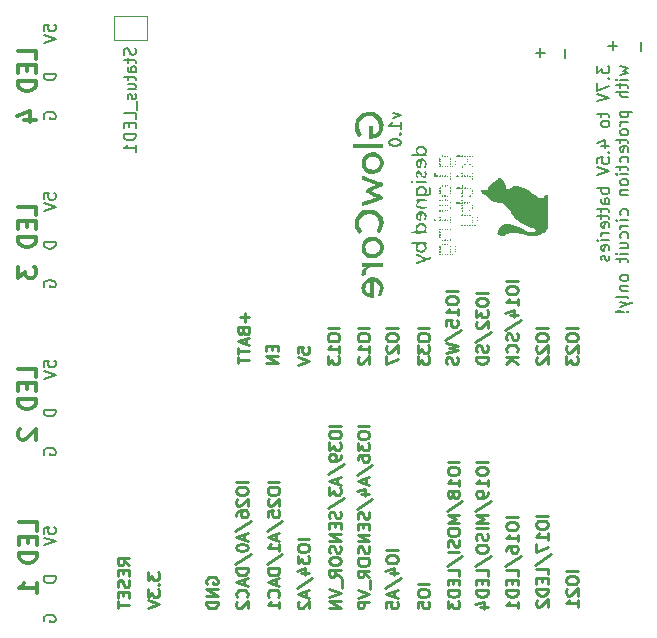
<source format=gbr>
%TF.GenerationSoftware,KiCad,Pcbnew,(6.0.0-0)*%
%TF.CreationDate,2022-02-02T11:17:39+01:00*%
%TF.ProjectId,GlowCore,476c6f77-436f-4726-952e-6b696361645f,rev?*%
%TF.SameCoordinates,Original*%
%TF.FileFunction,Legend,Bot*%
%TF.FilePolarity,Positive*%
%FSLAX46Y46*%
G04 Gerber Fmt 4.6, Leading zero omitted, Abs format (unit mm)*
G04 Created by KiCad (PCBNEW (6.0.0-0)) date 2022-02-02 11:17:39*
%MOMM*%
%LPD*%
G01*
G04 APERTURE LIST*
%ADD10C,0.150000*%
%ADD11C,0.250000*%
%ADD12C,0.300000*%
%ADD13C,0.120000*%
G04 APERTURE END LIST*
D10*
X172054828Y-85095395D02*
X172054828Y-85857300D01*
X172435780Y-85476347D02*
X171673876Y-85476347D01*
X174467828Y-85146195D02*
X174467828Y-85908100D01*
X167990828Y-85730395D02*
X167990828Y-86492300D01*
X165933428Y-85704995D02*
X165933428Y-86466900D01*
X166314380Y-86085947D02*
X165552476Y-86085947D01*
X170757780Y-87209957D02*
X170757780Y-87829004D01*
X171138733Y-87495671D01*
X171138733Y-87638528D01*
X171186352Y-87733766D01*
X171233971Y-87781385D01*
X171329209Y-87829004D01*
X171567304Y-87829004D01*
X171662542Y-87781385D01*
X171710161Y-87733766D01*
X171757780Y-87638528D01*
X171757780Y-87352814D01*
X171710161Y-87257576D01*
X171662542Y-87209957D01*
X171662542Y-88257576D02*
X171710161Y-88305195D01*
X171757780Y-88257576D01*
X171710161Y-88209957D01*
X171662542Y-88257576D01*
X171757780Y-88257576D01*
X170757780Y-88638528D02*
X170757780Y-89305195D01*
X171757780Y-88876623D01*
X170757780Y-89543290D02*
X171757780Y-89876623D01*
X170757780Y-90209957D01*
X171091114Y-91162338D02*
X171091114Y-91543290D01*
X170757780Y-91305195D02*
X171614923Y-91305195D01*
X171710161Y-91352814D01*
X171757780Y-91448052D01*
X171757780Y-91543290D01*
X171757780Y-92019480D02*
X171710161Y-91924242D01*
X171662542Y-91876623D01*
X171567304Y-91829004D01*
X171281590Y-91829004D01*
X171186352Y-91876623D01*
X171138733Y-91924242D01*
X171091114Y-92019480D01*
X171091114Y-92162338D01*
X171138733Y-92257576D01*
X171186352Y-92305195D01*
X171281590Y-92352814D01*
X171567304Y-92352814D01*
X171662542Y-92305195D01*
X171710161Y-92257576D01*
X171757780Y-92162338D01*
X171757780Y-92019480D01*
X171091114Y-93971861D02*
X171757780Y-93971861D01*
X170710161Y-93733766D02*
X171424447Y-93495671D01*
X171424447Y-94114719D01*
X171662542Y-94495671D02*
X171710161Y-94543290D01*
X171757780Y-94495671D01*
X171710161Y-94448052D01*
X171662542Y-94495671D01*
X171757780Y-94495671D01*
X170757780Y-95448052D02*
X170757780Y-94971861D01*
X171233971Y-94924242D01*
X171186352Y-94971861D01*
X171138733Y-95067100D01*
X171138733Y-95305195D01*
X171186352Y-95400433D01*
X171233971Y-95448052D01*
X171329209Y-95495671D01*
X171567304Y-95495671D01*
X171662542Y-95448052D01*
X171710161Y-95400433D01*
X171757780Y-95305195D01*
X171757780Y-95067100D01*
X171710161Y-94971861D01*
X171662542Y-94924242D01*
X170757780Y-95781385D02*
X171757780Y-96114719D01*
X170757780Y-96448052D01*
X171757780Y-97543290D02*
X170757780Y-97543290D01*
X171138733Y-97543290D02*
X171091114Y-97638528D01*
X171091114Y-97829004D01*
X171138733Y-97924242D01*
X171186352Y-97971861D01*
X171281590Y-98019480D01*
X171567304Y-98019480D01*
X171662542Y-97971861D01*
X171710161Y-97924242D01*
X171757780Y-97829004D01*
X171757780Y-97638528D01*
X171710161Y-97543290D01*
X171757780Y-98876623D02*
X171233971Y-98876623D01*
X171138733Y-98829004D01*
X171091114Y-98733766D01*
X171091114Y-98543290D01*
X171138733Y-98448052D01*
X171710161Y-98876623D02*
X171757780Y-98781385D01*
X171757780Y-98543290D01*
X171710161Y-98448052D01*
X171614923Y-98400433D01*
X171519685Y-98400433D01*
X171424447Y-98448052D01*
X171376828Y-98543290D01*
X171376828Y-98781385D01*
X171329209Y-98876623D01*
X171091114Y-99209957D02*
X171091114Y-99590909D01*
X170757780Y-99352814D02*
X171614923Y-99352814D01*
X171710161Y-99400433D01*
X171757780Y-99495671D01*
X171757780Y-99590909D01*
X171091114Y-99781385D02*
X171091114Y-100162338D01*
X170757780Y-99924242D02*
X171614923Y-99924242D01*
X171710161Y-99971861D01*
X171757780Y-100067100D01*
X171757780Y-100162338D01*
X171710161Y-100876623D02*
X171757780Y-100781385D01*
X171757780Y-100590909D01*
X171710161Y-100495671D01*
X171614923Y-100448052D01*
X171233971Y-100448052D01*
X171138733Y-100495671D01*
X171091114Y-100590909D01*
X171091114Y-100781385D01*
X171138733Y-100876623D01*
X171233971Y-100924242D01*
X171329209Y-100924242D01*
X171424447Y-100448052D01*
X171757780Y-101352814D02*
X171091114Y-101352814D01*
X171281590Y-101352814D02*
X171186352Y-101400433D01*
X171138733Y-101448052D01*
X171091114Y-101543290D01*
X171091114Y-101638528D01*
X171757780Y-101971861D02*
X171091114Y-101971861D01*
X170757780Y-101971861D02*
X170805400Y-101924242D01*
X170853019Y-101971861D01*
X170805400Y-102019480D01*
X170757780Y-101971861D01*
X170853019Y-101971861D01*
X171710161Y-102829004D02*
X171757780Y-102733766D01*
X171757780Y-102543290D01*
X171710161Y-102448052D01*
X171614923Y-102400433D01*
X171233971Y-102400433D01*
X171138733Y-102448052D01*
X171091114Y-102543290D01*
X171091114Y-102733766D01*
X171138733Y-102829004D01*
X171233971Y-102876623D01*
X171329209Y-102876623D01*
X171424447Y-102400433D01*
X171710161Y-103257576D02*
X171757780Y-103352814D01*
X171757780Y-103543290D01*
X171710161Y-103638528D01*
X171614923Y-103686147D01*
X171567304Y-103686147D01*
X171472066Y-103638528D01*
X171424447Y-103543290D01*
X171424447Y-103400433D01*
X171376828Y-103305195D01*
X171281590Y-103257576D01*
X171233971Y-103257576D01*
X171138733Y-103305195D01*
X171091114Y-103400433D01*
X171091114Y-103543290D01*
X171138733Y-103638528D01*
X172701114Y-87209957D02*
X173367780Y-87400433D01*
X172891590Y-87590909D01*
X173367780Y-87781385D01*
X172701114Y-87971861D01*
X173367780Y-88352814D02*
X172701114Y-88352814D01*
X172367780Y-88352814D02*
X172415400Y-88305195D01*
X172463019Y-88352814D01*
X172415400Y-88400433D01*
X172367780Y-88352814D01*
X172463019Y-88352814D01*
X172701114Y-88686147D02*
X172701114Y-89067100D01*
X172367780Y-88829004D02*
X173224923Y-88829004D01*
X173320161Y-88876623D01*
X173367780Y-88971861D01*
X173367780Y-89067100D01*
X173367780Y-89400433D02*
X172367780Y-89400433D01*
X173367780Y-89829004D02*
X172843971Y-89829004D01*
X172748733Y-89781385D01*
X172701114Y-89686147D01*
X172701114Y-89543290D01*
X172748733Y-89448052D01*
X172796352Y-89400433D01*
X172701114Y-91067100D02*
X173701114Y-91067100D01*
X172748733Y-91067100D02*
X172701114Y-91162338D01*
X172701114Y-91352814D01*
X172748733Y-91448052D01*
X172796352Y-91495671D01*
X172891590Y-91543290D01*
X173177304Y-91543290D01*
X173272542Y-91495671D01*
X173320161Y-91448052D01*
X173367780Y-91352814D01*
X173367780Y-91162338D01*
X173320161Y-91067100D01*
X173367780Y-91971861D02*
X172701114Y-91971861D01*
X172891590Y-91971861D02*
X172796352Y-92019480D01*
X172748733Y-92067100D01*
X172701114Y-92162338D01*
X172701114Y-92257576D01*
X173367780Y-92733766D02*
X173320161Y-92638528D01*
X173272542Y-92590909D01*
X173177304Y-92543290D01*
X172891590Y-92543290D01*
X172796352Y-92590909D01*
X172748733Y-92638528D01*
X172701114Y-92733766D01*
X172701114Y-92876623D01*
X172748733Y-92971861D01*
X172796352Y-93019480D01*
X172891590Y-93067100D01*
X173177304Y-93067100D01*
X173272542Y-93019480D01*
X173320161Y-92971861D01*
X173367780Y-92876623D01*
X173367780Y-92733766D01*
X172701114Y-93352814D02*
X172701114Y-93733766D01*
X172367780Y-93495671D02*
X173224923Y-93495671D01*
X173320161Y-93543290D01*
X173367780Y-93638528D01*
X173367780Y-93733766D01*
X173320161Y-94448052D02*
X173367780Y-94352814D01*
X173367780Y-94162338D01*
X173320161Y-94067100D01*
X173224923Y-94019480D01*
X172843971Y-94019480D01*
X172748733Y-94067100D01*
X172701114Y-94162338D01*
X172701114Y-94352814D01*
X172748733Y-94448052D01*
X172843971Y-94495671D01*
X172939209Y-94495671D01*
X173034447Y-94019480D01*
X173320161Y-95352814D02*
X173367780Y-95257576D01*
X173367780Y-95067099D01*
X173320161Y-94971861D01*
X173272542Y-94924242D01*
X173177304Y-94876623D01*
X172891590Y-94876623D01*
X172796352Y-94924242D01*
X172748733Y-94971861D01*
X172701114Y-95067099D01*
X172701114Y-95257576D01*
X172748733Y-95352814D01*
X172701114Y-95638528D02*
X172701114Y-96019480D01*
X172367780Y-95781385D02*
X173224923Y-95781385D01*
X173320161Y-95829004D01*
X173367780Y-95924242D01*
X173367780Y-96019480D01*
X173367780Y-96352814D02*
X172701114Y-96352814D01*
X172367780Y-96352814D02*
X172415400Y-96305195D01*
X172463019Y-96352814D01*
X172415400Y-96400433D01*
X172367780Y-96352814D01*
X172463019Y-96352814D01*
X173367780Y-96971861D02*
X173320161Y-96876623D01*
X173272542Y-96829004D01*
X173177304Y-96781385D01*
X172891590Y-96781385D01*
X172796352Y-96829004D01*
X172748733Y-96876623D01*
X172701114Y-96971861D01*
X172701114Y-97114719D01*
X172748733Y-97209957D01*
X172796352Y-97257576D01*
X172891590Y-97305195D01*
X173177304Y-97305195D01*
X173272542Y-97257576D01*
X173320161Y-97209957D01*
X173367780Y-97114719D01*
X173367780Y-96971861D01*
X172701114Y-97733766D02*
X173367780Y-97733766D01*
X172796352Y-97733766D02*
X172748733Y-97781385D01*
X172701114Y-97876623D01*
X172701114Y-98019480D01*
X172748733Y-98114719D01*
X172843971Y-98162338D01*
X173367780Y-98162338D01*
X173320161Y-99829004D02*
X173367780Y-99733766D01*
X173367780Y-99543290D01*
X173320161Y-99448052D01*
X173272542Y-99400433D01*
X173177304Y-99352814D01*
X172891590Y-99352814D01*
X172796352Y-99400433D01*
X172748733Y-99448052D01*
X172701114Y-99543290D01*
X172701114Y-99733766D01*
X172748733Y-99829004D01*
X173367780Y-100257576D02*
X172701114Y-100257576D01*
X172367780Y-100257576D02*
X172415400Y-100209957D01*
X172463019Y-100257576D01*
X172415400Y-100305195D01*
X172367780Y-100257576D01*
X172463019Y-100257576D01*
X173367780Y-100733766D02*
X172701114Y-100733766D01*
X172891590Y-100733766D02*
X172796352Y-100781385D01*
X172748733Y-100829004D01*
X172701114Y-100924242D01*
X172701114Y-101019480D01*
X173320161Y-101781385D02*
X173367780Y-101686147D01*
X173367780Y-101495671D01*
X173320161Y-101400433D01*
X173272542Y-101352814D01*
X173177304Y-101305195D01*
X172891590Y-101305195D01*
X172796352Y-101352814D01*
X172748733Y-101400433D01*
X172701114Y-101495671D01*
X172701114Y-101686147D01*
X172748733Y-101781385D01*
X172701114Y-102638528D02*
X173367780Y-102638528D01*
X172701114Y-102209957D02*
X173224923Y-102209957D01*
X173320161Y-102257576D01*
X173367780Y-102352814D01*
X173367780Y-102495671D01*
X173320161Y-102590909D01*
X173272542Y-102638528D01*
X173367780Y-103114719D02*
X172701114Y-103114719D01*
X172367780Y-103114719D02*
X172415400Y-103067099D01*
X172463019Y-103114719D01*
X172415400Y-103162338D01*
X172367780Y-103114719D01*
X172463019Y-103114719D01*
X172701114Y-103448052D02*
X172701114Y-103829004D01*
X172367780Y-103590909D02*
X173224923Y-103590909D01*
X173320161Y-103638528D01*
X173367780Y-103733766D01*
X173367780Y-103829004D01*
X173367780Y-105067099D02*
X173320161Y-104971861D01*
X173272542Y-104924242D01*
X173177304Y-104876623D01*
X172891590Y-104876623D01*
X172796352Y-104924242D01*
X172748733Y-104971861D01*
X172701114Y-105067099D01*
X172701114Y-105209957D01*
X172748733Y-105305195D01*
X172796352Y-105352814D01*
X172891590Y-105400433D01*
X173177304Y-105400433D01*
X173272542Y-105352814D01*
X173320161Y-105305195D01*
X173367780Y-105209957D01*
X173367780Y-105067099D01*
X172701114Y-105829004D02*
X173367780Y-105829004D01*
X172796352Y-105829004D02*
X172748733Y-105876623D01*
X172701114Y-105971861D01*
X172701114Y-106114719D01*
X172748733Y-106209957D01*
X172843971Y-106257576D01*
X173367780Y-106257576D01*
X173367780Y-106876623D02*
X173320161Y-106781385D01*
X173224923Y-106733766D01*
X172367780Y-106733766D01*
X172701114Y-107162338D02*
X173367780Y-107400433D01*
X172701114Y-107638528D02*
X173367780Y-107400433D01*
X173605876Y-107305195D01*
X173653495Y-107257576D01*
X173701114Y-107162338D01*
X173272542Y-108019480D02*
X173320161Y-108067099D01*
X173367780Y-108019480D01*
X173320161Y-107971861D01*
X173272542Y-108019480D01*
X173367780Y-108019480D01*
X172986828Y-108019480D02*
X172415400Y-107971861D01*
X172367780Y-108019480D01*
X172415400Y-108067099D01*
X172986828Y-108019480D01*
X172367780Y-108019480D01*
D11*
X153868380Y-128219261D02*
X152868380Y-128219261D01*
X152868380Y-128885928D02*
X152868380Y-129076404D01*
X152916000Y-129171642D01*
X153011238Y-129266880D01*
X153201714Y-129314500D01*
X153535047Y-129314500D01*
X153725523Y-129266880D01*
X153820761Y-129171642D01*
X153868380Y-129076404D01*
X153868380Y-128885928D01*
X153820761Y-128790690D01*
X153725523Y-128695452D01*
X153535047Y-128647833D01*
X153201714Y-128647833D01*
X153011238Y-128695452D01*
X152916000Y-128790690D01*
X152868380Y-128885928D01*
X153201714Y-130171642D02*
X153868380Y-130171642D01*
X152820761Y-129933547D02*
X153535047Y-129695452D01*
X153535047Y-130314500D01*
X152820761Y-131409738D02*
X154106476Y-130552595D01*
X153582666Y-131695452D02*
X153582666Y-132171642D01*
X153868380Y-131600214D02*
X152868380Y-131933547D01*
X153868380Y-132266880D01*
X152868380Y-133076404D02*
X152868380Y-132600214D01*
X153344571Y-132552595D01*
X153296952Y-132600214D01*
X153249333Y-132695452D01*
X153249333Y-132933547D01*
X153296952Y-133028785D01*
X153344571Y-133076404D01*
X153439809Y-133124023D01*
X153677904Y-133124023D01*
X153773142Y-133076404D01*
X153820761Y-133028785D01*
X153868380Y-132933547D01*
X153868380Y-132695452D01*
X153820761Y-132600214D01*
X153773142Y-132552595D01*
D12*
X123233571Y-113548600D02*
X123233571Y-112834314D01*
X121733571Y-112834314D01*
X122447857Y-114048600D02*
X122447857Y-114548600D01*
X123233571Y-114762885D02*
X123233571Y-114048600D01*
X121733571Y-114048600D01*
X121733571Y-114762885D01*
X123233571Y-115405742D02*
X121733571Y-115405742D01*
X121733571Y-115762885D01*
X121805000Y-115977171D01*
X121947857Y-116120028D01*
X122090714Y-116191457D01*
X122376428Y-116262885D01*
X122590714Y-116262885D01*
X122876428Y-116191457D01*
X123019285Y-116120028D01*
X123162142Y-115977171D01*
X123233571Y-115762885D01*
X123233571Y-115405742D01*
X121876428Y-117977171D02*
X121805000Y-118048600D01*
X121733571Y-118191457D01*
X121733571Y-118548600D01*
X121805000Y-118691457D01*
X121876428Y-118762885D01*
X122019285Y-118834314D01*
X122162142Y-118834314D01*
X122376428Y-118762885D01*
X123233571Y-117905742D01*
X123233571Y-118834314D01*
D11*
X169108380Y-129997023D02*
X168108380Y-129997023D01*
X168108380Y-130663690D02*
X168108380Y-130854166D01*
X168156000Y-130949404D01*
X168251238Y-131044642D01*
X168441714Y-131092261D01*
X168775047Y-131092261D01*
X168965523Y-131044642D01*
X169060761Y-130949404D01*
X169108380Y-130854166D01*
X169108380Y-130663690D01*
X169060761Y-130568452D01*
X168965523Y-130473214D01*
X168775047Y-130425595D01*
X168441714Y-130425595D01*
X168251238Y-130473214D01*
X168156000Y-130568452D01*
X168108380Y-130663690D01*
X168203619Y-131473214D02*
X168156000Y-131520833D01*
X168108380Y-131616071D01*
X168108380Y-131854166D01*
X168156000Y-131949404D01*
X168203619Y-131997023D01*
X168298857Y-132044642D01*
X168394095Y-132044642D01*
X168536952Y-131997023D01*
X169108380Y-131425595D01*
X169108380Y-132044642D01*
X169108380Y-132997023D02*
X169108380Y-132425595D01*
X169108380Y-132711309D02*
X168108380Y-132711309D01*
X168251238Y-132616071D01*
X168346476Y-132520833D01*
X168394095Y-132425595D01*
X146375380Y-127266880D02*
X145375380Y-127266880D01*
X145375380Y-127933547D02*
X145375380Y-128124023D01*
X145423000Y-128219261D01*
X145518238Y-128314500D01*
X145708714Y-128362119D01*
X146042047Y-128362119D01*
X146232523Y-128314500D01*
X146327761Y-128219261D01*
X146375380Y-128124023D01*
X146375380Y-127933547D01*
X146327761Y-127838309D01*
X146232523Y-127743071D01*
X146042047Y-127695452D01*
X145708714Y-127695452D01*
X145518238Y-127743071D01*
X145423000Y-127838309D01*
X145375380Y-127933547D01*
X145375380Y-128695452D02*
X145375380Y-129314500D01*
X145756333Y-128981166D01*
X145756333Y-129124023D01*
X145803952Y-129219261D01*
X145851571Y-129266880D01*
X145946809Y-129314500D01*
X146184904Y-129314500D01*
X146280142Y-129266880D01*
X146327761Y-129219261D01*
X146375380Y-129124023D01*
X146375380Y-128838309D01*
X146327761Y-128743071D01*
X146280142Y-128695452D01*
X145708714Y-130171642D02*
X146375380Y-130171642D01*
X145327761Y-129933547D02*
X146042047Y-129695452D01*
X146042047Y-130314500D01*
X145327761Y-131409738D02*
X146613476Y-130552595D01*
X146089666Y-131695452D02*
X146089666Y-132171642D01*
X146375380Y-131600214D02*
X145375380Y-131933547D01*
X146375380Y-132266880D01*
X145470619Y-132552595D02*
X145423000Y-132600214D01*
X145375380Y-132695452D01*
X145375380Y-132933547D01*
X145423000Y-133028785D01*
X145470619Y-133076404D01*
X145565857Y-133124023D01*
X145661095Y-133124023D01*
X145803952Y-133076404D01*
X146375380Y-132504976D01*
X146375380Y-133124023D01*
X137676000Y-131028785D02*
X137628380Y-130933547D01*
X137628380Y-130790690D01*
X137676000Y-130647833D01*
X137771238Y-130552595D01*
X137866476Y-130504976D01*
X138056952Y-130457357D01*
X138199809Y-130457357D01*
X138390285Y-130504976D01*
X138485523Y-130552595D01*
X138580761Y-130647833D01*
X138628380Y-130790690D01*
X138628380Y-130885928D01*
X138580761Y-131028785D01*
X138533142Y-131076404D01*
X138199809Y-131076404D01*
X138199809Y-130885928D01*
X138628380Y-131504976D02*
X137628380Y-131504976D01*
X138628380Y-132076404D01*
X137628380Y-132076404D01*
X138628380Y-132552595D02*
X137628380Y-132552595D01*
X137628380Y-132790690D01*
X137676000Y-132933547D01*
X137771238Y-133028785D01*
X137866476Y-133076404D01*
X138056952Y-133124023D01*
X138199809Y-133124023D01*
X138390285Y-133076404D01*
X138485523Y-133028785D01*
X138580761Y-132933547D01*
X138628380Y-132790690D01*
X138628380Y-132552595D01*
X131135380Y-129473214D02*
X130659190Y-129139880D01*
X131135380Y-128901785D02*
X130135380Y-128901785D01*
X130135380Y-129282738D01*
X130183000Y-129377976D01*
X130230619Y-129425595D01*
X130325857Y-129473214D01*
X130468714Y-129473214D01*
X130563952Y-129425595D01*
X130611571Y-129377976D01*
X130659190Y-129282738D01*
X130659190Y-128901785D01*
X130611571Y-129901785D02*
X130611571Y-130235119D01*
X131135380Y-130377976D02*
X131135380Y-129901785D01*
X130135380Y-129901785D01*
X130135380Y-130377976D01*
X131087761Y-130758928D02*
X131135380Y-130901785D01*
X131135380Y-131139880D01*
X131087761Y-131235119D01*
X131040142Y-131282738D01*
X130944904Y-131330357D01*
X130849666Y-131330357D01*
X130754428Y-131282738D01*
X130706809Y-131235119D01*
X130659190Y-131139880D01*
X130611571Y-130949404D01*
X130563952Y-130854166D01*
X130516333Y-130806547D01*
X130421095Y-130758928D01*
X130325857Y-130758928D01*
X130230619Y-130806547D01*
X130183000Y-130854166D01*
X130135380Y-130949404D01*
X130135380Y-131187500D01*
X130183000Y-131330357D01*
X130611571Y-131758928D02*
X130611571Y-132092261D01*
X131135380Y-132235119D02*
X131135380Y-131758928D01*
X130135380Y-131758928D01*
X130135380Y-132235119D01*
X130135380Y-132520833D02*
X130135380Y-133092261D01*
X131135380Y-132806547D02*
X130135380Y-132806547D01*
X158948380Y-106280166D02*
X157948380Y-106280166D01*
X157948380Y-106946833D02*
X157948380Y-107137309D01*
X157996000Y-107232547D01*
X158091238Y-107327785D01*
X158281714Y-107375404D01*
X158615047Y-107375404D01*
X158805523Y-107327785D01*
X158900761Y-107232547D01*
X158948380Y-107137309D01*
X158948380Y-106946833D01*
X158900761Y-106851595D01*
X158805523Y-106756357D01*
X158615047Y-106708738D01*
X158281714Y-106708738D01*
X158091238Y-106756357D01*
X157996000Y-106851595D01*
X157948380Y-106946833D01*
X158948380Y-108327785D02*
X158948380Y-107756357D01*
X158948380Y-108042071D02*
X157948380Y-108042071D01*
X158091238Y-107946833D01*
X158186476Y-107851595D01*
X158234095Y-107756357D01*
X157948380Y-109232547D02*
X157948380Y-108756357D01*
X158424571Y-108708738D01*
X158376952Y-108756357D01*
X158329333Y-108851595D01*
X158329333Y-109089690D01*
X158376952Y-109184928D01*
X158424571Y-109232547D01*
X158519809Y-109280166D01*
X158757904Y-109280166D01*
X158853142Y-109232547D01*
X158900761Y-109184928D01*
X158948380Y-109089690D01*
X158948380Y-108851595D01*
X158900761Y-108756357D01*
X158853142Y-108708738D01*
X157900761Y-110423023D02*
X159186476Y-109565880D01*
X157948380Y-110661119D02*
X158948380Y-110899214D01*
X158234095Y-111089690D01*
X158948380Y-111280166D01*
X157948380Y-111518261D01*
X158900761Y-111851595D02*
X158948380Y-111994452D01*
X158948380Y-112232547D01*
X158900761Y-112327785D01*
X158853142Y-112375404D01*
X158757904Y-112423023D01*
X158662666Y-112423023D01*
X158567428Y-112375404D01*
X158519809Y-112327785D01*
X158472190Y-112232547D01*
X158424571Y-112042071D01*
X158376952Y-111946833D01*
X158329333Y-111899214D01*
X158234095Y-111851595D01*
X158138857Y-111851595D01*
X158043619Y-111899214D01*
X157996000Y-111946833D01*
X157948380Y-112042071D01*
X157948380Y-112280166D01*
X157996000Y-112423023D01*
D10*
X123886980Y-98479409D02*
X123886980Y-98003219D01*
X124363171Y-97955600D01*
X124315552Y-98003219D01*
X124267933Y-98098457D01*
X124267933Y-98336552D01*
X124315552Y-98431790D01*
X124363171Y-98479409D01*
X124458409Y-98527028D01*
X124696504Y-98527028D01*
X124791742Y-98479409D01*
X124839361Y-98431790D01*
X124886980Y-98336552D01*
X124886980Y-98098457D01*
X124839361Y-98003219D01*
X124791742Y-97955600D01*
X123886980Y-98812742D02*
X124886980Y-99146076D01*
X123886980Y-99479409D01*
X124886980Y-102098457D02*
X123886980Y-102098457D01*
X123886980Y-102336552D01*
X123934600Y-102479409D01*
X124029838Y-102574647D01*
X124125076Y-102622266D01*
X124315552Y-102669885D01*
X124458409Y-102669885D01*
X124648885Y-102622266D01*
X124744123Y-102574647D01*
X124839361Y-102479409D01*
X124886980Y-102336552D01*
X124886980Y-102098457D01*
X123934600Y-105907980D02*
X123886980Y-105812742D01*
X123886980Y-105669885D01*
X123934600Y-105527028D01*
X124029838Y-105431790D01*
X124125076Y-105384171D01*
X124315552Y-105336552D01*
X124458409Y-105336552D01*
X124648885Y-105384171D01*
X124744123Y-105431790D01*
X124839361Y-105527028D01*
X124886980Y-105669885D01*
X124886980Y-105765123D01*
X124839361Y-105907980D01*
X124791742Y-105955600D01*
X124458409Y-105955600D01*
X124458409Y-105765123D01*
D11*
X149042380Y-117647833D02*
X148042380Y-117647833D01*
X148042380Y-118314500D02*
X148042380Y-118504976D01*
X148090000Y-118600214D01*
X148185238Y-118695452D01*
X148375714Y-118743071D01*
X148709047Y-118743071D01*
X148899523Y-118695452D01*
X148994761Y-118600214D01*
X149042380Y-118504976D01*
X149042380Y-118314500D01*
X148994761Y-118219261D01*
X148899523Y-118124023D01*
X148709047Y-118076404D01*
X148375714Y-118076404D01*
X148185238Y-118124023D01*
X148090000Y-118219261D01*
X148042380Y-118314500D01*
X148042380Y-119076404D02*
X148042380Y-119695452D01*
X148423333Y-119362119D01*
X148423333Y-119504976D01*
X148470952Y-119600214D01*
X148518571Y-119647833D01*
X148613809Y-119695452D01*
X148851904Y-119695452D01*
X148947142Y-119647833D01*
X148994761Y-119600214D01*
X149042380Y-119504976D01*
X149042380Y-119219261D01*
X148994761Y-119124023D01*
X148947142Y-119076404D01*
X149042380Y-120171642D02*
X149042380Y-120362119D01*
X148994761Y-120457357D01*
X148947142Y-120504976D01*
X148804285Y-120600214D01*
X148613809Y-120647833D01*
X148232857Y-120647833D01*
X148137619Y-120600214D01*
X148090000Y-120552595D01*
X148042380Y-120457357D01*
X148042380Y-120266880D01*
X148090000Y-120171642D01*
X148137619Y-120124023D01*
X148232857Y-120076404D01*
X148470952Y-120076404D01*
X148566190Y-120124023D01*
X148613809Y-120171642D01*
X148661428Y-120266880D01*
X148661428Y-120457357D01*
X148613809Y-120552595D01*
X148566190Y-120600214D01*
X148470952Y-120647833D01*
X147994761Y-121790690D02*
X149280476Y-120933547D01*
X148756666Y-122076404D02*
X148756666Y-122552595D01*
X149042380Y-121981166D02*
X148042380Y-122314500D01*
X149042380Y-122647833D01*
X148042380Y-122885928D02*
X148042380Y-123504976D01*
X148423333Y-123171642D01*
X148423333Y-123314500D01*
X148470952Y-123409738D01*
X148518571Y-123457357D01*
X148613809Y-123504976D01*
X148851904Y-123504976D01*
X148947142Y-123457357D01*
X148994761Y-123409738D01*
X149042380Y-123314500D01*
X149042380Y-123028785D01*
X148994761Y-122933547D01*
X148947142Y-122885928D01*
X147994761Y-124647833D02*
X149280476Y-123790690D01*
X148994761Y-124933547D02*
X149042380Y-125076404D01*
X149042380Y-125314500D01*
X148994761Y-125409738D01*
X148947142Y-125457357D01*
X148851904Y-125504976D01*
X148756666Y-125504976D01*
X148661428Y-125457357D01*
X148613809Y-125409738D01*
X148566190Y-125314500D01*
X148518571Y-125124023D01*
X148470952Y-125028785D01*
X148423333Y-124981166D01*
X148328095Y-124933547D01*
X148232857Y-124933547D01*
X148137619Y-124981166D01*
X148090000Y-125028785D01*
X148042380Y-125124023D01*
X148042380Y-125362119D01*
X148090000Y-125504976D01*
X148518571Y-125933547D02*
X148518571Y-126266880D01*
X149042380Y-126409738D02*
X149042380Y-125933547D01*
X148042380Y-125933547D01*
X148042380Y-126409738D01*
X149042380Y-126838309D02*
X148042380Y-126838309D01*
X149042380Y-127409738D01*
X148042380Y-127409738D01*
X148994761Y-127838309D02*
X149042380Y-127981166D01*
X149042380Y-128219261D01*
X148994761Y-128314500D01*
X148947142Y-128362119D01*
X148851904Y-128409738D01*
X148756666Y-128409738D01*
X148661428Y-128362119D01*
X148613809Y-128314500D01*
X148566190Y-128219261D01*
X148518571Y-128028785D01*
X148470952Y-127933547D01*
X148423333Y-127885928D01*
X148328095Y-127838309D01*
X148232857Y-127838309D01*
X148137619Y-127885928D01*
X148090000Y-127933547D01*
X148042380Y-128028785D01*
X148042380Y-128266880D01*
X148090000Y-128409738D01*
X148042380Y-129028785D02*
X148042380Y-129219261D01*
X148090000Y-129314500D01*
X148185238Y-129409738D01*
X148375714Y-129457357D01*
X148709047Y-129457357D01*
X148899523Y-129409738D01*
X148994761Y-129314500D01*
X149042380Y-129219261D01*
X149042380Y-129028785D01*
X148994761Y-128933547D01*
X148899523Y-128838309D01*
X148709047Y-128790690D01*
X148375714Y-128790690D01*
X148185238Y-128838309D01*
X148090000Y-128933547D01*
X148042380Y-129028785D01*
X149042380Y-130457357D02*
X148566190Y-130124023D01*
X149042380Y-129885928D02*
X148042380Y-129885928D01*
X148042380Y-130266880D01*
X148090000Y-130362119D01*
X148137619Y-130409738D01*
X148232857Y-130457357D01*
X148375714Y-130457357D01*
X148470952Y-130409738D01*
X148518571Y-130362119D01*
X148566190Y-130266880D01*
X148566190Y-129885928D01*
X149137619Y-130647833D02*
X149137619Y-131409738D01*
X148042380Y-131504976D02*
X149042380Y-131838309D01*
X148042380Y-132171642D01*
X149042380Y-132504976D02*
X148042380Y-132504976D01*
X149042380Y-133076404D01*
X148042380Y-133076404D01*
D12*
X123233571Y-99832600D02*
X123233571Y-99118314D01*
X121733571Y-99118314D01*
X122447857Y-100332600D02*
X122447857Y-100832600D01*
X123233571Y-101046885D02*
X123233571Y-100332600D01*
X121733571Y-100332600D01*
X121733571Y-101046885D01*
X123233571Y-101689742D02*
X121733571Y-101689742D01*
X121733571Y-102046885D01*
X121805000Y-102261171D01*
X121947857Y-102404028D01*
X122090714Y-102475457D01*
X122376428Y-102546885D01*
X122590714Y-102546885D01*
X122876428Y-102475457D01*
X123019285Y-102404028D01*
X123162142Y-102261171D01*
X123233571Y-102046885D01*
X123233571Y-101689742D01*
X121733571Y-104189742D02*
X121733571Y-105118314D01*
X122305000Y-104618314D01*
X122305000Y-104832600D01*
X122376428Y-104975457D01*
X122447857Y-105046885D01*
X122590714Y-105118314D01*
X122947857Y-105118314D01*
X123090714Y-105046885D01*
X123162142Y-104975457D01*
X123233571Y-104832600D01*
X123233571Y-104404028D01*
X123162142Y-104261171D01*
X123090714Y-104189742D01*
D11*
X159075380Y-120743071D02*
X158075380Y-120743071D01*
X158075380Y-121409738D02*
X158075380Y-121600214D01*
X158123000Y-121695452D01*
X158218238Y-121790690D01*
X158408714Y-121838309D01*
X158742047Y-121838309D01*
X158932523Y-121790690D01*
X159027761Y-121695452D01*
X159075380Y-121600214D01*
X159075380Y-121409738D01*
X159027761Y-121314500D01*
X158932523Y-121219261D01*
X158742047Y-121171642D01*
X158408714Y-121171642D01*
X158218238Y-121219261D01*
X158123000Y-121314500D01*
X158075380Y-121409738D01*
X159075380Y-122790690D02*
X159075380Y-122219261D01*
X159075380Y-122504976D02*
X158075380Y-122504976D01*
X158218238Y-122409738D01*
X158313476Y-122314500D01*
X158361095Y-122219261D01*
X158503952Y-123362119D02*
X158456333Y-123266880D01*
X158408714Y-123219261D01*
X158313476Y-123171642D01*
X158265857Y-123171642D01*
X158170619Y-123219261D01*
X158123000Y-123266880D01*
X158075380Y-123362119D01*
X158075380Y-123552595D01*
X158123000Y-123647833D01*
X158170619Y-123695452D01*
X158265857Y-123743071D01*
X158313476Y-123743071D01*
X158408714Y-123695452D01*
X158456333Y-123647833D01*
X158503952Y-123552595D01*
X158503952Y-123362119D01*
X158551571Y-123266880D01*
X158599190Y-123219261D01*
X158694428Y-123171642D01*
X158884904Y-123171642D01*
X158980142Y-123219261D01*
X159027761Y-123266880D01*
X159075380Y-123362119D01*
X159075380Y-123552595D01*
X159027761Y-123647833D01*
X158980142Y-123695452D01*
X158884904Y-123743071D01*
X158694428Y-123743071D01*
X158599190Y-123695452D01*
X158551571Y-123647833D01*
X158503952Y-123552595D01*
X158027761Y-124885928D02*
X159313476Y-124028785D01*
X159075380Y-125219261D02*
X158075380Y-125219261D01*
X158789666Y-125552595D01*
X158075380Y-125885928D01*
X159075380Y-125885928D01*
X158075380Y-126552595D02*
X158075380Y-126743071D01*
X158123000Y-126838309D01*
X158218238Y-126933547D01*
X158408714Y-126981166D01*
X158742047Y-126981166D01*
X158932523Y-126933547D01*
X159027761Y-126838309D01*
X159075380Y-126743071D01*
X159075380Y-126552595D01*
X159027761Y-126457357D01*
X158932523Y-126362119D01*
X158742047Y-126314500D01*
X158408714Y-126314500D01*
X158218238Y-126362119D01*
X158123000Y-126457357D01*
X158075380Y-126552595D01*
X159027761Y-127362119D02*
X159075380Y-127504976D01*
X159075380Y-127743071D01*
X159027761Y-127838309D01*
X158980142Y-127885928D01*
X158884904Y-127933547D01*
X158789666Y-127933547D01*
X158694428Y-127885928D01*
X158646809Y-127838309D01*
X158599190Y-127743071D01*
X158551571Y-127552595D01*
X158503952Y-127457357D01*
X158456333Y-127409738D01*
X158361095Y-127362119D01*
X158265857Y-127362119D01*
X158170619Y-127409738D01*
X158123000Y-127457357D01*
X158075380Y-127552595D01*
X158075380Y-127790690D01*
X158123000Y-127933547D01*
X159075380Y-128362119D02*
X158075380Y-128362119D01*
X158027761Y-129552595D02*
X159313476Y-128695452D01*
X159075380Y-130362119D02*
X159075380Y-129885928D01*
X158075380Y-129885928D01*
X158551571Y-130695452D02*
X158551571Y-131028785D01*
X159075380Y-131171642D02*
X159075380Y-130695452D01*
X158075380Y-130695452D01*
X158075380Y-131171642D01*
X159075380Y-131600214D02*
X158075380Y-131600214D01*
X158075380Y-131838309D01*
X158123000Y-131981166D01*
X158218238Y-132076404D01*
X158313476Y-132124023D01*
X158503952Y-132171642D01*
X158646809Y-132171642D01*
X158837285Y-132124023D01*
X158932523Y-132076404D01*
X159027761Y-131981166D01*
X159075380Y-131838309D01*
X159075380Y-131600214D01*
X158075380Y-132504976D02*
X158075380Y-133124023D01*
X158456333Y-132790690D01*
X158456333Y-132933547D01*
X158503952Y-133028785D01*
X158551571Y-133076404D01*
X158646809Y-133124023D01*
X158884904Y-133124023D01*
X158980142Y-133076404D01*
X159027761Y-133028785D01*
X159075380Y-132933547D01*
X159075380Y-132647833D01*
X159027761Y-132552595D01*
X158980142Y-132504976D01*
D10*
X123886980Y-126800409D02*
X123886980Y-126324219D01*
X124363171Y-126276600D01*
X124315552Y-126324219D01*
X124267933Y-126419457D01*
X124267933Y-126657552D01*
X124315552Y-126752790D01*
X124363171Y-126800409D01*
X124458409Y-126848028D01*
X124696504Y-126848028D01*
X124791742Y-126800409D01*
X124839361Y-126752790D01*
X124886980Y-126657552D01*
X124886980Y-126419457D01*
X124839361Y-126324219D01*
X124791742Y-126276600D01*
X123886980Y-127133742D02*
X124886980Y-127467076D01*
X123886980Y-127800409D01*
X124886980Y-130419457D02*
X123886980Y-130419457D01*
X123886980Y-130657552D01*
X123934600Y-130800409D01*
X124029838Y-130895647D01*
X124125076Y-130943266D01*
X124315552Y-130990885D01*
X124458409Y-130990885D01*
X124648885Y-130943266D01*
X124744123Y-130895647D01*
X124839361Y-130800409D01*
X124886980Y-130657552D01*
X124886980Y-130419457D01*
X123934600Y-134228980D02*
X123886980Y-134133742D01*
X123886980Y-133990885D01*
X123934600Y-133848028D01*
X124029838Y-133752790D01*
X124125076Y-133705171D01*
X124315552Y-133657552D01*
X124458409Y-133657552D01*
X124648885Y-133705171D01*
X124744123Y-133752790D01*
X124839361Y-133848028D01*
X124886980Y-133990885D01*
X124886980Y-134086123D01*
X124839361Y-134228980D01*
X124791742Y-134276600D01*
X124458409Y-134276600D01*
X124458409Y-134086123D01*
D11*
X143184571Y-110899214D02*
X143184571Y-111232547D01*
X143708380Y-111375404D02*
X143708380Y-110899214D01*
X142708380Y-110899214D01*
X142708380Y-111375404D01*
X143708380Y-111803976D02*
X142708380Y-111803976D01*
X143708380Y-112375404D01*
X142708380Y-112375404D01*
X148915380Y-109423023D02*
X147915380Y-109423023D01*
X147915380Y-110089690D02*
X147915380Y-110280166D01*
X147963000Y-110375404D01*
X148058238Y-110470642D01*
X148248714Y-110518261D01*
X148582047Y-110518261D01*
X148772523Y-110470642D01*
X148867761Y-110375404D01*
X148915380Y-110280166D01*
X148915380Y-110089690D01*
X148867761Y-109994452D01*
X148772523Y-109899214D01*
X148582047Y-109851595D01*
X148248714Y-109851595D01*
X148058238Y-109899214D01*
X147963000Y-109994452D01*
X147915380Y-110089690D01*
X148915380Y-111470642D02*
X148915380Y-110899214D01*
X148915380Y-111184928D02*
X147915380Y-111184928D01*
X148058238Y-111089690D01*
X148153476Y-110994452D01*
X148201095Y-110899214D01*
X147915380Y-111803976D02*
X147915380Y-112423023D01*
X148296333Y-112089690D01*
X148296333Y-112232547D01*
X148343952Y-112327785D01*
X148391571Y-112375404D01*
X148486809Y-112423023D01*
X148724904Y-112423023D01*
X148820142Y-112375404D01*
X148867761Y-112327785D01*
X148915380Y-112232547D01*
X148915380Y-111946833D01*
X148867761Y-111851595D01*
X148820142Y-111803976D01*
X161488380Y-120743071D02*
X160488380Y-120743071D01*
X160488380Y-121409738D02*
X160488380Y-121600214D01*
X160536000Y-121695452D01*
X160631238Y-121790690D01*
X160821714Y-121838309D01*
X161155047Y-121838309D01*
X161345523Y-121790690D01*
X161440761Y-121695452D01*
X161488380Y-121600214D01*
X161488380Y-121409738D01*
X161440761Y-121314500D01*
X161345523Y-121219261D01*
X161155047Y-121171642D01*
X160821714Y-121171642D01*
X160631238Y-121219261D01*
X160536000Y-121314500D01*
X160488380Y-121409738D01*
X161488380Y-122790690D02*
X161488380Y-122219261D01*
X161488380Y-122504976D02*
X160488380Y-122504976D01*
X160631238Y-122409738D01*
X160726476Y-122314500D01*
X160774095Y-122219261D01*
X161488380Y-123266880D02*
X161488380Y-123457357D01*
X161440761Y-123552595D01*
X161393142Y-123600214D01*
X161250285Y-123695452D01*
X161059809Y-123743071D01*
X160678857Y-123743071D01*
X160583619Y-123695452D01*
X160536000Y-123647833D01*
X160488380Y-123552595D01*
X160488380Y-123362119D01*
X160536000Y-123266880D01*
X160583619Y-123219261D01*
X160678857Y-123171642D01*
X160916952Y-123171642D01*
X161012190Y-123219261D01*
X161059809Y-123266880D01*
X161107428Y-123362119D01*
X161107428Y-123552595D01*
X161059809Y-123647833D01*
X161012190Y-123695452D01*
X160916952Y-123743071D01*
X160440761Y-124885928D02*
X161726476Y-124028785D01*
X161488380Y-125219261D02*
X160488380Y-125219261D01*
X161202666Y-125552595D01*
X160488380Y-125885928D01*
X161488380Y-125885928D01*
X161488380Y-126362119D02*
X160488380Y-126362119D01*
X161440761Y-126790690D02*
X161488380Y-126933547D01*
X161488380Y-127171642D01*
X161440761Y-127266880D01*
X161393142Y-127314500D01*
X161297904Y-127362119D01*
X161202666Y-127362119D01*
X161107428Y-127314500D01*
X161059809Y-127266880D01*
X161012190Y-127171642D01*
X160964571Y-126981166D01*
X160916952Y-126885928D01*
X160869333Y-126838309D01*
X160774095Y-126790690D01*
X160678857Y-126790690D01*
X160583619Y-126838309D01*
X160536000Y-126885928D01*
X160488380Y-126981166D01*
X160488380Y-127219261D01*
X160536000Y-127362119D01*
X160488380Y-127981166D02*
X160488380Y-128171642D01*
X160536000Y-128266880D01*
X160631238Y-128362119D01*
X160821714Y-128409738D01*
X161155047Y-128409738D01*
X161345523Y-128362119D01*
X161440761Y-128266880D01*
X161488380Y-128171642D01*
X161488380Y-127981166D01*
X161440761Y-127885928D01*
X161345523Y-127790690D01*
X161155047Y-127743071D01*
X160821714Y-127743071D01*
X160631238Y-127790690D01*
X160536000Y-127885928D01*
X160488380Y-127981166D01*
X160440761Y-129552595D02*
X161726476Y-128695452D01*
X161488380Y-130362119D02*
X161488380Y-129885928D01*
X160488380Y-129885928D01*
X160964571Y-130695452D02*
X160964571Y-131028785D01*
X161488380Y-131171642D02*
X161488380Y-130695452D01*
X160488380Y-130695452D01*
X160488380Y-131171642D01*
X161488380Y-131600214D02*
X160488380Y-131600214D01*
X160488380Y-131838309D01*
X160536000Y-131981166D01*
X160631238Y-132076404D01*
X160726476Y-132124023D01*
X160916952Y-132171642D01*
X161059809Y-132171642D01*
X161250285Y-132124023D01*
X161345523Y-132076404D01*
X161440761Y-131981166D01*
X161488380Y-131838309D01*
X161488380Y-131600214D01*
X160821714Y-133028785D02*
X161488380Y-133028785D01*
X160440761Y-132790690D02*
X161155047Y-132552595D01*
X161155047Y-133171642D01*
X166568380Y-109423023D02*
X165568380Y-109423023D01*
X165568380Y-110089690D02*
X165568380Y-110280166D01*
X165616000Y-110375404D01*
X165711238Y-110470642D01*
X165901714Y-110518261D01*
X166235047Y-110518261D01*
X166425523Y-110470642D01*
X166520761Y-110375404D01*
X166568380Y-110280166D01*
X166568380Y-110089690D01*
X166520761Y-109994452D01*
X166425523Y-109899214D01*
X166235047Y-109851595D01*
X165901714Y-109851595D01*
X165711238Y-109899214D01*
X165616000Y-109994452D01*
X165568380Y-110089690D01*
X165663619Y-110899214D02*
X165616000Y-110946833D01*
X165568380Y-111042071D01*
X165568380Y-111280166D01*
X165616000Y-111375404D01*
X165663619Y-111423023D01*
X165758857Y-111470642D01*
X165854095Y-111470642D01*
X165996952Y-111423023D01*
X166568380Y-110851595D01*
X166568380Y-111470642D01*
X165663619Y-111851595D02*
X165616000Y-111899214D01*
X165568380Y-111994452D01*
X165568380Y-112232547D01*
X165616000Y-112327785D01*
X165663619Y-112375404D01*
X165758857Y-112423023D01*
X165854095Y-112423023D01*
X165996952Y-112375404D01*
X166568380Y-111803976D01*
X166568380Y-112423023D01*
D10*
X123886980Y-84230009D02*
X123886980Y-83753819D01*
X124363171Y-83706200D01*
X124315552Y-83753819D01*
X124267933Y-83849057D01*
X124267933Y-84087152D01*
X124315552Y-84182390D01*
X124363171Y-84230009D01*
X124458409Y-84277628D01*
X124696504Y-84277628D01*
X124791742Y-84230009D01*
X124839361Y-84182390D01*
X124886980Y-84087152D01*
X124886980Y-83849057D01*
X124839361Y-83753819D01*
X124791742Y-83706200D01*
X123886980Y-84563342D02*
X124886980Y-84896676D01*
X123886980Y-85230009D01*
X124886980Y-87849057D02*
X123886980Y-87849057D01*
X123886980Y-88087152D01*
X123934600Y-88230009D01*
X124029838Y-88325247D01*
X124125076Y-88372866D01*
X124315552Y-88420485D01*
X124458409Y-88420485D01*
X124648885Y-88372866D01*
X124744123Y-88325247D01*
X124839361Y-88230009D01*
X124886980Y-88087152D01*
X124886980Y-87849057D01*
X123934600Y-91658580D02*
X123886980Y-91563342D01*
X123886980Y-91420485D01*
X123934600Y-91277628D01*
X124029838Y-91182390D01*
X124125076Y-91134771D01*
X124315552Y-91087152D01*
X124458409Y-91087152D01*
X124648885Y-91134771D01*
X124744123Y-91182390D01*
X124839361Y-91277628D01*
X124886980Y-91420485D01*
X124886980Y-91515723D01*
X124839361Y-91658580D01*
X124791742Y-91706200D01*
X124458409Y-91706200D01*
X124458409Y-91515723D01*
D11*
X140914428Y-108105547D02*
X140914428Y-108867452D01*
X141295380Y-108486500D02*
X140533476Y-108486500D01*
X140771571Y-109676976D02*
X140819190Y-109819833D01*
X140866809Y-109867452D01*
X140962047Y-109915071D01*
X141104904Y-109915071D01*
X141200142Y-109867452D01*
X141247761Y-109819833D01*
X141295380Y-109724595D01*
X141295380Y-109343642D01*
X140295380Y-109343642D01*
X140295380Y-109676976D01*
X140343000Y-109772214D01*
X140390619Y-109819833D01*
X140485857Y-109867452D01*
X140581095Y-109867452D01*
X140676333Y-109819833D01*
X140723952Y-109772214D01*
X140771571Y-109676976D01*
X140771571Y-109343642D01*
X141009666Y-110296023D02*
X141009666Y-110772214D01*
X141295380Y-110200785D02*
X140295380Y-110534119D01*
X141295380Y-110867452D01*
X140295380Y-111057928D02*
X140295380Y-111629357D01*
X141295380Y-111343642D02*
X140295380Y-111343642D01*
X140295380Y-111819833D02*
X140295380Y-112391261D01*
X141295380Y-112105547D02*
X140295380Y-112105547D01*
X164028380Y-105423023D02*
X163028380Y-105423023D01*
X163028380Y-106089690D02*
X163028380Y-106280166D01*
X163076000Y-106375404D01*
X163171238Y-106470642D01*
X163361714Y-106518261D01*
X163695047Y-106518261D01*
X163885523Y-106470642D01*
X163980761Y-106375404D01*
X164028380Y-106280166D01*
X164028380Y-106089690D01*
X163980761Y-105994452D01*
X163885523Y-105899214D01*
X163695047Y-105851595D01*
X163361714Y-105851595D01*
X163171238Y-105899214D01*
X163076000Y-105994452D01*
X163028380Y-106089690D01*
X164028380Y-107470642D02*
X164028380Y-106899214D01*
X164028380Y-107184928D02*
X163028380Y-107184928D01*
X163171238Y-107089690D01*
X163266476Y-106994452D01*
X163314095Y-106899214D01*
X163361714Y-108327785D02*
X164028380Y-108327785D01*
X162980761Y-108089690D02*
X163695047Y-107851595D01*
X163695047Y-108470642D01*
X162980761Y-109565880D02*
X164266476Y-108708738D01*
X163980761Y-109851595D02*
X164028380Y-109994452D01*
X164028380Y-110232547D01*
X163980761Y-110327785D01*
X163933142Y-110375404D01*
X163837904Y-110423023D01*
X163742666Y-110423023D01*
X163647428Y-110375404D01*
X163599809Y-110327785D01*
X163552190Y-110232547D01*
X163504571Y-110042071D01*
X163456952Y-109946833D01*
X163409333Y-109899214D01*
X163314095Y-109851595D01*
X163218857Y-109851595D01*
X163123619Y-109899214D01*
X163076000Y-109946833D01*
X163028380Y-110042071D01*
X163028380Y-110280166D01*
X163076000Y-110423023D01*
X163933142Y-111423023D02*
X163980761Y-111375404D01*
X164028380Y-111232547D01*
X164028380Y-111137309D01*
X163980761Y-110994452D01*
X163885523Y-110899214D01*
X163790285Y-110851595D01*
X163599809Y-110803976D01*
X163456952Y-110803976D01*
X163266476Y-110851595D01*
X163171238Y-110899214D01*
X163076000Y-110994452D01*
X163028380Y-111137309D01*
X163028380Y-111232547D01*
X163076000Y-111375404D01*
X163123619Y-111423023D01*
X164028380Y-111851595D02*
X163028380Y-111851595D01*
X164028380Y-112423023D02*
X163456952Y-111994452D01*
X163028380Y-112423023D02*
X163599809Y-111851595D01*
D12*
X123309771Y-126553400D02*
X123309771Y-125839114D01*
X121809771Y-125839114D01*
X122524057Y-127053400D02*
X122524057Y-127553400D01*
X123309771Y-127767685D02*
X123309771Y-127053400D01*
X121809771Y-127053400D01*
X121809771Y-127767685D01*
X123309771Y-128410542D02*
X121809771Y-128410542D01*
X121809771Y-128767685D01*
X121881200Y-128981971D01*
X122024057Y-129124828D01*
X122166914Y-129196257D01*
X122452628Y-129267685D01*
X122666914Y-129267685D01*
X122952628Y-129196257D01*
X123095485Y-129124828D01*
X123238342Y-128981971D01*
X123309771Y-128767685D01*
X123309771Y-128410542D01*
X123309771Y-131839114D02*
X123309771Y-130981971D01*
X123309771Y-131410542D02*
X121809771Y-131410542D01*
X122024057Y-131267685D01*
X122166914Y-131124828D01*
X122238342Y-130981971D01*
D11*
X141168380Y-122409738D02*
X140168380Y-122409738D01*
X140168380Y-123076404D02*
X140168380Y-123266880D01*
X140216000Y-123362119D01*
X140311238Y-123457357D01*
X140501714Y-123504976D01*
X140835047Y-123504976D01*
X141025523Y-123457357D01*
X141120761Y-123362119D01*
X141168380Y-123266880D01*
X141168380Y-123076404D01*
X141120761Y-122981166D01*
X141025523Y-122885928D01*
X140835047Y-122838309D01*
X140501714Y-122838309D01*
X140311238Y-122885928D01*
X140216000Y-122981166D01*
X140168380Y-123076404D01*
X140263619Y-123885928D02*
X140216000Y-123933547D01*
X140168380Y-124028785D01*
X140168380Y-124266880D01*
X140216000Y-124362119D01*
X140263619Y-124409738D01*
X140358857Y-124457357D01*
X140454095Y-124457357D01*
X140596952Y-124409738D01*
X141168380Y-123838309D01*
X141168380Y-124457357D01*
X140168380Y-125314500D02*
X140168380Y-125124023D01*
X140216000Y-125028785D01*
X140263619Y-124981166D01*
X140406476Y-124885928D01*
X140596952Y-124838309D01*
X140977904Y-124838309D01*
X141073142Y-124885928D01*
X141120761Y-124933547D01*
X141168380Y-125028785D01*
X141168380Y-125219261D01*
X141120761Y-125314500D01*
X141073142Y-125362119D01*
X140977904Y-125409738D01*
X140739809Y-125409738D01*
X140644571Y-125362119D01*
X140596952Y-125314500D01*
X140549333Y-125219261D01*
X140549333Y-125028785D01*
X140596952Y-124933547D01*
X140644571Y-124885928D01*
X140739809Y-124838309D01*
X140120761Y-126552595D02*
X141406476Y-125695452D01*
X140882666Y-126838309D02*
X140882666Y-127314500D01*
X141168380Y-126743071D02*
X140168380Y-127076404D01*
X141168380Y-127409738D01*
X140168380Y-127933547D02*
X140168380Y-128028785D01*
X140216000Y-128124023D01*
X140263619Y-128171642D01*
X140358857Y-128219261D01*
X140549333Y-128266880D01*
X140787428Y-128266880D01*
X140977904Y-128219261D01*
X141073142Y-128171642D01*
X141120761Y-128124023D01*
X141168380Y-128028785D01*
X141168380Y-127933547D01*
X141120761Y-127838309D01*
X141073142Y-127790690D01*
X140977904Y-127743071D01*
X140787428Y-127695452D01*
X140549333Y-127695452D01*
X140358857Y-127743071D01*
X140263619Y-127790690D01*
X140216000Y-127838309D01*
X140168380Y-127933547D01*
X140120761Y-129409738D02*
X141406476Y-128552595D01*
X141168380Y-129743071D02*
X140168380Y-129743071D01*
X140168380Y-129981166D01*
X140216000Y-130124023D01*
X140311238Y-130219261D01*
X140406476Y-130266880D01*
X140596952Y-130314500D01*
X140739809Y-130314500D01*
X140930285Y-130266880D01*
X141025523Y-130219261D01*
X141120761Y-130124023D01*
X141168380Y-129981166D01*
X141168380Y-129743071D01*
X140882666Y-130695452D02*
X140882666Y-131171642D01*
X141168380Y-130600214D02*
X140168380Y-130933547D01*
X141168380Y-131266880D01*
X141073142Y-132171642D02*
X141120761Y-132124023D01*
X141168380Y-131981166D01*
X141168380Y-131885928D01*
X141120761Y-131743071D01*
X141025523Y-131647833D01*
X140930285Y-131600214D01*
X140739809Y-131552595D01*
X140596952Y-131552595D01*
X140406476Y-131600214D01*
X140311238Y-131647833D01*
X140216000Y-131743071D01*
X140168380Y-131885928D01*
X140168380Y-131981166D01*
X140216000Y-132124023D01*
X140263619Y-132171642D01*
X140263619Y-132552595D02*
X140216000Y-132600214D01*
X140168380Y-132695452D01*
X140168380Y-132933547D01*
X140216000Y-133028785D01*
X140263619Y-133076404D01*
X140358857Y-133124023D01*
X140454095Y-133124023D01*
X140596952Y-133076404D01*
X141168380Y-132504976D01*
X141168380Y-133124023D01*
X166568380Y-125282738D02*
X165568380Y-125282738D01*
X165568380Y-125949404D02*
X165568380Y-126139880D01*
X165616000Y-126235119D01*
X165711238Y-126330357D01*
X165901714Y-126377976D01*
X166235047Y-126377976D01*
X166425523Y-126330357D01*
X166520761Y-126235119D01*
X166568380Y-126139880D01*
X166568380Y-125949404D01*
X166520761Y-125854166D01*
X166425523Y-125758928D01*
X166235047Y-125711309D01*
X165901714Y-125711309D01*
X165711238Y-125758928D01*
X165616000Y-125854166D01*
X165568380Y-125949404D01*
X166568380Y-127330357D02*
X166568380Y-126758928D01*
X166568380Y-127044642D02*
X165568380Y-127044642D01*
X165711238Y-126949404D01*
X165806476Y-126854166D01*
X165854095Y-126758928D01*
X165568380Y-127663690D02*
X165568380Y-128330357D01*
X166568380Y-127901785D01*
X165520761Y-129425595D02*
X166806476Y-128568452D01*
X166568380Y-130235119D02*
X166568380Y-129758928D01*
X165568380Y-129758928D01*
X166044571Y-130568452D02*
X166044571Y-130901785D01*
X166568380Y-131044642D02*
X166568380Y-130568452D01*
X165568380Y-130568452D01*
X165568380Y-131044642D01*
X166568380Y-131473214D02*
X165568380Y-131473214D01*
X165568380Y-131711309D01*
X165616000Y-131854166D01*
X165711238Y-131949404D01*
X165806476Y-131997023D01*
X165996952Y-132044642D01*
X166139809Y-132044642D01*
X166330285Y-131997023D01*
X166425523Y-131949404D01*
X166520761Y-131854166D01*
X166568380Y-131711309D01*
X166568380Y-131473214D01*
X165663619Y-132425595D02*
X165616000Y-132473214D01*
X165568380Y-132568452D01*
X165568380Y-132806547D01*
X165616000Y-132901785D01*
X165663619Y-132949404D01*
X165758857Y-132997023D01*
X165854095Y-132997023D01*
X165996952Y-132949404D01*
X166568380Y-132377976D01*
X166568380Y-132997023D01*
X169108380Y-109423023D02*
X168108380Y-109423023D01*
X168108380Y-110089690D02*
X168108380Y-110280166D01*
X168156000Y-110375404D01*
X168251238Y-110470642D01*
X168441714Y-110518261D01*
X168775047Y-110518261D01*
X168965523Y-110470642D01*
X169060761Y-110375404D01*
X169108380Y-110280166D01*
X169108380Y-110089690D01*
X169060761Y-109994452D01*
X168965523Y-109899214D01*
X168775047Y-109851595D01*
X168441714Y-109851595D01*
X168251238Y-109899214D01*
X168156000Y-109994452D01*
X168108380Y-110089690D01*
X168203619Y-110899214D02*
X168156000Y-110946833D01*
X168108380Y-111042071D01*
X168108380Y-111280166D01*
X168156000Y-111375404D01*
X168203619Y-111423023D01*
X168298857Y-111470642D01*
X168394095Y-111470642D01*
X168536952Y-111423023D01*
X169108380Y-110851595D01*
X169108380Y-111470642D01*
X168108380Y-111803976D02*
X168108380Y-112423023D01*
X168489333Y-112089690D01*
X168489333Y-112232547D01*
X168536952Y-112327785D01*
X168584571Y-112375404D01*
X168679809Y-112423023D01*
X168917904Y-112423023D01*
X169013142Y-112375404D01*
X169060761Y-112327785D01*
X169108380Y-112232547D01*
X169108380Y-111946833D01*
X169060761Y-111851595D01*
X169013142Y-111803976D01*
X132675380Y-130092261D02*
X132675380Y-130711309D01*
X133056333Y-130377976D01*
X133056333Y-130520833D01*
X133103952Y-130616071D01*
X133151571Y-130663690D01*
X133246809Y-130711309D01*
X133484904Y-130711309D01*
X133580142Y-130663690D01*
X133627761Y-130616071D01*
X133675380Y-130520833D01*
X133675380Y-130235119D01*
X133627761Y-130139880D01*
X133580142Y-130092261D01*
X133580142Y-131139880D02*
X133627761Y-131187500D01*
X133675380Y-131139880D01*
X133627761Y-131092261D01*
X133580142Y-131139880D01*
X133675380Y-131139880D01*
X132675380Y-131520833D02*
X132675380Y-132139880D01*
X133056333Y-131806547D01*
X133056333Y-131949404D01*
X133103952Y-132044642D01*
X133151571Y-132092261D01*
X133246809Y-132139880D01*
X133484904Y-132139880D01*
X133580142Y-132092261D01*
X133627761Y-132044642D01*
X133675380Y-131949404D01*
X133675380Y-131663690D01*
X133627761Y-131568452D01*
X133580142Y-131520833D01*
X132675380Y-132425595D02*
X133675380Y-132758928D01*
X132675380Y-133092261D01*
X156535380Y-131076404D02*
X155535380Y-131076404D01*
X155535380Y-131743071D02*
X155535380Y-131933547D01*
X155583000Y-132028785D01*
X155678238Y-132124023D01*
X155868714Y-132171642D01*
X156202047Y-132171642D01*
X156392523Y-132124023D01*
X156487761Y-132028785D01*
X156535380Y-131933547D01*
X156535380Y-131743071D01*
X156487761Y-131647833D01*
X156392523Y-131552595D01*
X156202047Y-131504976D01*
X155868714Y-131504976D01*
X155678238Y-131552595D01*
X155583000Y-131647833D01*
X155535380Y-131743071D01*
X155535380Y-133076404D02*
X155535380Y-132600214D01*
X156011571Y-132552595D01*
X155963952Y-132600214D01*
X155916333Y-132695452D01*
X155916333Y-132933547D01*
X155963952Y-133028785D01*
X156011571Y-133076404D01*
X156106809Y-133124023D01*
X156344904Y-133124023D01*
X156440142Y-133076404D01*
X156487761Y-133028785D01*
X156535380Y-132933547D01*
X156535380Y-132695452D01*
X156487761Y-132600214D01*
X156440142Y-132552595D01*
X151455380Y-117695452D02*
X150455380Y-117695452D01*
X150455380Y-118362119D02*
X150455380Y-118552595D01*
X150503000Y-118647833D01*
X150598238Y-118743071D01*
X150788714Y-118790690D01*
X151122047Y-118790690D01*
X151312523Y-118743071D01*
X151407761Y-118647833D01*
X151455380Y-118552595D01*
X151455380Y-118362119D01*
X151407761Y-118266880D01*
X151312523Y-118171642D01*
X151122047Y-118124023D01*
X150788714Y-118124023D01*
X150598238Y-118171642D01*
X150503000Y-118266880D01*
X150455380Y-118362119D01*
X150455380Y-119124023D02*
X150455380Y-119743071D01*
X150836333Y-119409738D01*
X150836333Y-119552595D01*
X150883952Y-119647833D01*
X150931571Y-119695452D01*
X151026809Y-119743071D01*
X151264904Y-119743071D01*
X151360142Y-119695452D01*
X151407761Y-119647833D01*
X151455380Y-119552595D01*
X151455380Y-119266880D01*
X151407761Y-119171642D01*
X151360142Y-119124023D01*
X150455380Y-120600214D02*
X150455380Y-120409738D01*
X150503000Y-120314500D01*
X150550619Y-120266880D01*
X150693476Y-120171642D01*
X150883952Y-120124023D01*
X151264904Y-120124023D01*
X151360142Y-120171642D01*
X151407761Y-120219261D01*
X151455380Y-120314500D01*
X151455380Y-120504976D01*
X151407761Y-120600214D01*
X151360142Y-120647833D01*
X151264904Y-120695452D01*
X151026809Y-120695452D01*
X150931571Y-120647833D01*
X150883952Y-120600214D01*
X150836333Y-120504976D01*
X150836333Y-120314500D01*
X150883952Y-120219261D01*
X150931571Y-120171642D01*
X151026809Y-120124023D01*
X150407761Y-121838309D02*
X151693476Y-120981166D01*
X151169666Y-122124023D02*
X151169666Y-122600214D01*
X151455380Y-122028785D02*
X150455380Y-122362119D01*
X151455380Y-122695452D01*
X150788714Y-123457357D02*
X151455380Y-123457357D01*
X150407761Y-123219261D02*
X151122047Y-122981166D01*
X151122047Y-123600214D01*
X150407761Y-124695452D02*
X151693476Y-123838309D01*
X151407761Y-124981166D02*
X151455380Y-125124023D01*
X151455380Y-125362119D01*
X151407761Y-125457357D01*
X151360142Y-125504976D01*
X151264904Y-125552595D01*
X151169666Y-125552595D01*
X151074428Y-125504976D01*
X151026809Y-125457357D01*
X150979190Y-125362119D01*
X150931571Y-125171642D01*
X150883952Y-125076404D01*
X150836333Y-125028785D01*
X150741095Y-124981166D01*
X150645857Y-124981166D01*
X150550619Y-125028785D01*
X150503000Y-125076404D01*
X150455380Y-125171642D01*
X150455380Y-125409738D01*
X150503000Y-125552595D01*
X150931571Y-125981166D02*
X150931571Y-126314500D01*
X151455380Y-126457357D02*
X151455380Y-125981166D01*
X150455380Y-125981166D01*
X150455380Y-126457357D01*
X151455380Y-126885928D02*
X150455380Y-126885928D01*
X151455380Y-127457357D01*
X150455380Y-127457357D01*
X151407761Y-127885928D02*
X151455380Y-128028785D01*
X151455380Y-128266880D01*
X151407761Y-128362119D01*
X151360142Y-128409738D01*
X151264904Y-128457357D01*
X151169666Y-128457357D01*
X151074428Y-128409738D01*
X151026809Y-128362119D01*
X150979190Y-128266880D01*
X150931571Y-128076404D01*
X150883952Y-127981166D01*
X150836333Y-127933547D01*
X150741095Y-127885928D01*
X150645857Y-127885928D01*
X150550619Y-127933547D01*
X150503000Y-127981166D01*
X150455380Y-128076404D01*
X150455380Y-128314500D01*
X150503000Y-128457357D01*
X150455380Y-129076404D02*
X150455380Y-129266880D01*
X150503000Y-129362119D01*
X150598238Y-129457357D01*
X150788714Y-129504976D01*
X151122047Y-129504976D01*
X151312523Y-129457357D01*
X151407761Y-129362119D01*
X151455380Y-129266880D01*
X151455380Y-129076404D01*
X151407761Y-128981166D01*
X151312523Y-128885928D01*
X151122047Y-128838309D01*
X150788714Y-128838309D01*
X150598238Y-128885928D01*
X150503000Y-128981166D01*
X150455380Y-129076404D01*
X151455380Y-130504976D02*
X150979190Y-130171642D01*
X151455380Y-129933547D02*
X150455380Y-129933547D01*
X150455380Y-130314500D01*
X150503000Y-130409738D01*
X150550619Y-130457357D01*
X150645857Y-130504976D01*
X150788714Y-130504976D01*
X150883952Y-130457357D01*
X150931571Y-130409738D01*
X150979190Y-130314500D01*
X150979190Y-129933547D01*
X151550619Y-130695452D02*
X151550619Y-131457357D01*
X150455380Y-131552595D02*
X151455380Y-131885928D01*
X150455380Y-132219261D01*
X151455380Y-132552595D02*
X150455380Y-132552595D01*
X150455380Y-132933547D01*
X150503000Y-133028785D01*
X150550619Y-133076404D01*
X150645857Y-133124023D01*
X150788714Y-133124023D01*
X150883952Y-133076404D01*
X150931571Y-133028785D01*
X150979190Y-132933547D01*
X150979190Y-132552595D01*
D10*
X153455714Y-91154428D02*
X154122380Y-91392523D01*
X153455714Y-91630619D01*
X154122380Y-92535380D02*
X154122380Y-91963952D01*
X154122380Y-92249666D02*
X153122380Y-92249666D01*
X153265238Y-92154428D01*
X153360476Y-92059190D01*
X153408095Y-91963952D01*
X154027142Y-92963952D02*
X154074761Y-93011571D01*
X154122380Y-92963952D01*
X154074761Y-92916333D01*
X154027142Y-92963952D01*
X154122380Y-92963952D01*
X153122380Y-93630619D02*
X153122380Y-93725857D01*
X153170000Y-93821095D01*
X153217619Y-93868714D01*
X153312857Y-93916333D01*
X153503333Y-93963952D01*
X153741428Y-93963952D01*
X153931904Y-93916333D01*
X154027142Y-93868714D01*
X154074761Y-93821095D01*
X154122380Y-93725857D01*
X154122380Y-93630619D01*
X154074761Y-93535380D01*
X154027142Y-93487761D01*
X153931904Y-93440142D01*
X153741428Y-93392523D01*
X153503333Y-93392523D01*
X153312857Y-93440142D01*
X153217619Y-93487761D01*
X153170000Y-93535380D01*
X153122380Y-93630619D01*
D11*
X151455380Y-109423023D02*
X150455380Y-109423023D01*
X150455380Y-110089690D02*
X150455380Y-110280166D01*
X150503000Y-110375404D01*
X150598238Y-110470642D01*
X150788714Y-110518261D01*
X151122047Y-110518261D01*
X151312523Y-110470642D01*
X151407761Y-110375404D01*
X151455380Y-110280166D01*
X151455380Y-110089690D01*
X151407761Y-109994452D01*
X151312523Y-109899214D01*
X151122047Y-109851595D01*
X150788714Y-109851595D01*
X150598238Y-109899214D01*
X150503000Y-109994452D01*
X150455380Y-110089690D01*
X151455380Y-111470642D02*
X151455380Y-110899214D01*
X151455380Y-111184928D02*
X150455380Y-111184928D01*
X150598238Y-111089690D01*
X150693476Y-110994452D01*
X150741095Y-110899214D01*
X150550619Y-111851595D02*
X150503000Y-111899214D01*
X150455380Y-111994452D01*
X150455380Y-112232547D01*
X150503000Y-112327785D01*
X150550619Y-112375404D01*
X150645857Y-112423023D01*
X150741095Y-112423023D01*
X150883952Y-112375404D01*
X151455380Y-111803976D01*
X151455380Y-112423023D01*
X156535380Y-109423023D02*
X155535380Y-109423023D01*
X155535380Y-110089690D02*
X155535380Y-110280166D01*
X155583000Y-110375404D01*
X155678238Y-110470642D01*
X155868714Y-110518261D01*
X156202047Y-110518261D01*
X156392523Y-110470642D01*
X156487761Y-110375404D01*
X156535380Y-110280166D01*
X156535380Y-110089690D01*
X156487761Y-109994452D01*
X156392523Y-109899214D01*
X156202047Y-109851595D01*
X155868714Y-109851595D01*
X155678238Y-109899214D01*
X155583000Y-109994452D01*
X155535380Y-110089690D01*
X155535380Y-110851595D02*
X155535380Y-111470642D01*
X155916333Y-111137309D01*
X155916333Y-111280166D01*
X155963952Y-111375404D01*
X156011571Y-111423023D01*
X156106809Y-111470642D01*
X156344904Y-111470642D01*
X156440142Y-111423023D01*
X156487761Y-111375404D01*
X156535380Y-111280166D01*
X156535380Y-110994452D01*
X156487761Y-110899214D01*
X156440142Y-110851595D01*
X155535380Y-111803976D02*
X155535380Y-112423023D01*
X155916333Y-112089690D01*
X155916333Y-112232547D01*
X155963952Y-112327785D01*
X156011571Y-112375404D01*
X156106809Y-112423023D01*
X156344904Y-112423023D01*
X156440142Y-112375404D01*
X156487761Y-112327785D01*
X156535380Y-112232547D01*
X156535380Y-111946833D01*
X156487761Y-111851595D01*
X156440142Y-111803976D01*
X164028380Y-125409738D02*
X163028380Y-125409738D01*
X163028380Y-126076404D02*
X163028380Y-126266880D01*
X163076000Y-126362119D01*
X163171238Y-126457357D01*
X163361714Y-126504976D01*
X163695047Y-126504976D01*
X163885523Y-126457357D01*
X163980761Y-126362119D01*
X164028380Y-126266880D01*
X164028380Y-126076404D01*
X163980761Y-125981166D01*
X163885523Y-125885928D01*
X163695047Y-125838309D01*
X163361714Y-125838309D01*
X163171238Y-125885928D01*
X163076000Y-125981166D01*
X163028380Y-126076404D01*
X164028380Y-127457357D02*
X164028380Y-126885928D01*
X164028380Y-127171642D02*
X163028380Y-127171642D01*
X163171238Y-127076404D01*
X163266476Y-126981166D01*
X163314095Y-126885928D01*
X163028380Y-128314500D02*
X163028380Y-128124023D01*
X163076000Y-128028785D01*
X163123619Y-127981166D01*
X163266476Y-127885928D01*
X163456952Y-127838309D01*
X163837904Y-127838309D01*
X163933142Y-127885928D01*
X163980761Y-127933547D01*
X164028380Y-128028785D01*
X164028380Y-128219261D01*
X163980761Y-128314500D01*
X163933142Y-128362119D01*
X163837904Y-128409738D01*
X163599809Y-128409738D01*
X163504571Y-128362119D01*
X163456952Y-128314500D01*
X163409333Y-128219261D01*
X163409333Y-128028785D01*
X163456952Y-127933547D01*
X163504571Y-127885928D01*
X163599809Y-127838309D01*
X162980761Y-129552595D02*
X164266476Y-128695452D01*
X164028380Y-130362119D02*
X164028380Y-129885928D01*
X163028380Y-129885928D01*
X163504571Y-130695452D02*
X163504571Y-131028785D01*
X164028380Y-131171642D02*
X164028380Y-130695452D01*
X163028380Y-130695452D01*
X163028380Y-131171642D01*
X164028380Y-131600214D02*
X163028380Y-131600214D01*
X163028380Y-131838309D01*
X163076000Y-131981166D01*
X163171238Y-132076404D01*
X163266476Y-132124023D01*
X163456952Y-132171642D01*
X163599809Y-132171642D01*
X163790285Y-132124023D01*
X163885523Y-132076404D01*
X163980761Y-131981166D01*
X164028380Y-131838309D01*
X164028380Y-131600214D01*
X164028380Y-133124023D02*
X164028380Y-132552595D01*
X164028380Y-132838309D02*
X163028380Y-132838309D01*
X163171238Y-132743071D01*
X163266476Y-132647833D01*
X163314095Y-132552595D01*
X161488380Y-106423023D02*
X160488380Y-106423023D01*
X160488380Y-107089690D02*
X160488380Y-107280166D01*
X160536000Y-107375404D01*
X160631238Y-107470642D01*
X160821714Y-107518261D01*
X161155047Y-107518261D01*
X161345523Y-107470642D01*
X161440761Y-107375404D01*
X161488380Y-107280166D01*
X161488380Y-107089690D01*
X161440761Y-106994452D01*
X161345523Y-106899214D01*
X161155047Y-106851595D01*
X160821714Y-106851595D01*
X160631238Y-106899214D01*
X160536000Y-106994452D01*
X160488380Y-107089690D01*
X160488380Y-107851595D02*
X160488380Y-108470642D01*
X160869333Y-108137309D01*
X160869333Y-108280166D01*
X160916952Y-108375404D01*
X160964571Y-108423023D01*
X161059809Y-108470642D01*
X161297904Y-108470642D01*
X161393142Y-108423023D01*
X161440761Y-108375404D01*
X161488380Y-108280166D01*
X161488380Y-107994452D01*
X161440761Y-107899214D01*
X161393142Y-107851595D01*
X160583619Y-108851595D02*
X160536000Y-108899214D01*
X160488380Y-108994452D01*
X160488380Y-109232547D01*
X160536000Y-109327785D01*
X160583619Y-109375404D01*
X160678857Y-109423023D01*
X160774095Y-109423023D01*
X160916952Y-109375404D01*
X161488380Y-108803976D01*
X161488380Y-109423023D01*
X160440761Y-110565880D02*
X161726476Y-109708738D01*
X161440761Y-110851595D02*
X161488380Y-110994452D01*
X161488380Y-111232547D01*
X161440761Y-111327785D01*
X161393142Y-111375404D01*
X161297904Y-111423023D01*
X161202666Y-111423023D01*
X161107428Y-111375404D01*
X161059809Y-111327785D01*
X161012190Y-111232547D01*
X160964571Y-111042071D01*
X160916952Y-110946833D01*
X160869333Y-110899214D01*
X160774095Y-110851595D01*
X160678857Y-110851595D01*
X160583619Y-110899214D01*
X160536000Y-110946833D01*
X160488380Y-111042071D01*
X160488380Y-111280166D01*
X160536000Y-111423023D01*
X161488380Y-111851595D02*
X160488380Y-111851595D01*
X160488380Y-112089690D01*
X160536000Y-112232547D01*
X160631238Y-112327785D01*
X160726476Y-112375404D01*
X160916952Y-112423023D01*
X161059809Y-112423023D01*
X161250285Y-112375404D01*
X161345523Y-112327785D01*
X161440761Y-112232547D01*
X161488380Y-112089690D01*
X161488380Y-111851595D01*
X153868380Y-109423023D02*
X152868380Y-109423023D01*
X152868380Y-110089690D02*
X152868380Y-110280166D01*
X152916000Y-110375404D01*
X153011238Y-110470642D01*
X153201714Y-110518261D01*
X153535047Y-110518261D01*
X153725523Y-110470642D01*
X153820761Y-110375404D01*
X153868380Y-110280166D01*
X153868380Y-110089690D01*
X153820761Y-109994452D01*
X153725523Y-109899214D01*
X153535047Y-109851595D01*
X153201714Y-109851595D01*
X153011238Y-109899214D01*
X152916000Y-109994452D01*
X152868380Y-110089690D01*
X152963619Y-110899214D02*
X152916000Y-110946833D01*
X152868380Y-111042071D01*
X152868380Y-111280166D01*
X152916000Y-111375404D01*
X152963619Y-111423023D01*
X153058857Y-111470642D01*
X153154095Y-111470642D01*
X153296952Y-111423023D01*
X153868380Y-110851595D01*
X153868380Y-111470642D01*
X152868380Y-111803976D02*
X152868380Y-112470642D01*
X153868380Y-112042071D01*
D10*
X123886980Y-112678009D02*
X123886980Y-112201819D01*
X124363171Y-112154200D01*
X124315552Y-112201819D01*
X124267933Y-112297057D01*
X124267933Y-112535152D01*
X124315552Y-112630390D01*
X124363171Y-112678009D01*
X124458409Y-112725628D01*
X124696504Y-112725628D01*
X124791742Y-112678009D01*
X124839361Y-112630390D01*
X124886980Y-112535152D01*
X124886980Y-112297057D01*
X124839361Y-112201819D01*
X124791742Y-112154200D01*
X123886980Y-113011342D02*
X124886980Y-113344676D01*
X123886980Y-113678009D01*
X124886980Y-116297057D02*
X123886980Y-116297057D01*
X123886980Y-116535152D01*
X123934600Y-116678009D01*
X124029838Y-116773247D01*
X124125076Y-116820866D01*
X124315552Y-116868485D01*
X124458409Y-116868485D01*
X124648885Y-116820866D01*
X124744123Y-116773247D01*
X124839361Y-116678009D01*
X124886980Y-116535152D01*
X124886980Y-116297057D01*
X123934600Y-120106580D02*
X123886980Y-120011342D01*
X123886980Y-119868485D01*
X123934600Y-119725628D01*
X124029838Y-119630390D01*
X124125076Y-119582771D01*
X124315552Y-119535152D01*
X124458409Y-119535152D01*
X124648885Y-119582771D01*
X124744123Y-119630390D01*
X124839361Y-119725628D01*
X124886980Y-119868485D01*
X124886980Y-119963723D01*
X124839361Y-120106580D01*
X124791742Y-120154200D01*
X124458409Y-120154200D01*
X124458409Y-119963723D01*
D12*
X123233571Y-86624600D02*
X123233571Y-85910314D01*
X121733571Y-85910314D01*
X122447857Y-87124600D02*
X122447857Y-87624600D01*
X123233571Y-87838885D02*
X123233571Y-87124600D01*
X121733571Y-87124600D01*
X121733571Y-87838885D01*
X123233571Y-88481742D02*
X121733571Y-88481742D01*
X121733571Y-88838885D01*
X121805000Y-89053171D01*
X121947857Y-89196028D01*
X122090714Y-89267457D01*
X122376428Y-89338885D01*
X122590714Y-89338885D01*
X122876428Y-89267457D01*
X123019285Y-89196028D01*
X123162142Y-89053171D01*
X123233571Y-88838885D01*
X123233571Y-88481742D01*
X122233571Y-91767457D02*
X123233571Y-91767457D01*
X121662142Y-91410314D02*
X122733571Y-91053171D01*
X122733571Y-91981742D01*
D11*
X143835380Y-122409738D02*
X142835380Y-122409738D01*
X142835380Y-123076404D02*
X142835380Y-123266880D01*
X142883000Y-123362119D01*
X142978238Y-123457357D01*
X143168714Y-123504976D01*
X143502047Y-123504976D01*
X143692523Y-123457357D01*
X143787761Y-123362119D01*
X143835380Y-123266880D01*
X143835380Y-123076404D01*
X143787761Y-122981166D01*
X143692523Y-122885928D01*
X143502047Y-122838309D01*
X143168714Y-122838309D01*
X142978238Y-122885928D01*
X142883000Y-122981166D01*
X142835380Y-123076404D01*
X142930619Y-123885928D02*
X142883000Y-123933547D01*
X142835380Y-124028785D01*
X142835380Y-124266880D01*
X142883000Y-124362119D01*
X142930619Y-124409738D01*
X143025857Y-124457357D01*
X143121095Y-124457357D01*
X143263952Y-124409738D01*
X143835380Y-123838309D01*
X143835380Y-124457357D01*
X142835380Y-125362119D02*
X142835380Y-124885928D01*
X143311571Y-124838309D01*
X143263952Y-124885928D01*
X143216333Y-124981166D01*
X143216333Y-125219261D01*
X143263952Y-125314500D01*
X143311571Y-125362119D01*
X143406809Y-125409738D01*
X143644904Y-125409738D01*
X143740142Y-125362119D01*
X143787761Y-125314500D01*
X143835380Y-125219261D01*
X143835380Y-124981166D01*
X143787761Y-124885928D01*
X143740142Y-124838309D01*
X142787761Y-126552595D02*
X144073476Y-125695452D01*
X143549666Y-126838309D02*
X143549666Y-127314500D01*
X143835380Y-126743071D02*
X142835380Y-127076404D01*
X143835380Y-127409738D01*
X143835380Y-128266880D02*
X143835380Y-127695452D01*
X143835380Y-127981166D02*
X142835380Y-127981166D01*
X142978238Y-127885928D01*
X143073476Y-127790690D01*
X143121095Y-127695452D01*
X142787761Y-129409738D02*
X144073476Y-128552595D01*
X143835380Y-129743071D02*
X142835380Y-129743071D01*
X142835380Y-129981166D01*
X142883000Y-130124023D01*
X142978238Y-130219261D01*
X143073476Y-130266880D01*
X143263952Y-130314500D01*
X143406809Y-130314500D01*
X143597285Y-130266880D01*
X143692523Y-130219261D01*
X143787761Y-130124023D01*
X143835380Y-129981166D01*
X143835380Y-129743071D01*
X143549666Y-130695452D02*
X143549666Y-131171642D01*
X143835380Y-130600214D02*
X142835380Y-130933547D01*
X143835380Y-131266880D01*
X143740142Y-132171642D02*
X143787761Y-132124023D01*
X143835380Y-131981166D01*
X143835380Y-131885928D01*
X143787761Y-131743071D01*
X143692523Y-131647833D01*
X143597285Y-131600214D01*
X143406809Y-131552595D01*
X143263952Y-131552595D01*
X143073476Y-131600214D01*
X142978238Y-131647833D01*
X142883000Y-131743071D01*
X142835380Y-131885928D01*
X142835380Y-131981166D01*
X142883000Y-132124023D01*
X142930619Y-132171642D01*
X143835380Y-133124023D02*
X143835380Y-132552595D01*
X143835380Y-132838309D02*
X142835380Y-132838309D01*
X142978238Y-132743071D01*
X143073476Y-132647833D01*
X143121095Y-132552595D01*
X145375380Y-111518261D02*
X145375380Y-111042071D01*
X145851571Y-110994452D01*
X145803952Y-111042071D01*
X145756333Y-111137309D01*
X145756333Y-111375404D01*
X145803952Y-111470642D01*
X145851571Y-111518261D01*
X145946809Y-111565880D01*
X146184904Y-111565880D01*
X146280142Y-111518261D01*
X146327761Y-111470642D01*
X146375380Y-111375404D01*
X146375380Y-111137309D01*
X146327761Y-111042071D01*
X146280142Y-110994452D01*
X145375380Y-111851595D02*
X146375380Y-112184928D01*
X145375380Y-112518261D01*
D10*
%TO.C,Status_LED1*%
X131610761Y-85687447D02*
X131658380Y-85830304D01*
X131658380Y-86068400D01*
X131610761Y-86163638D01*
X131563142Y-86211257D01*
X131467904Y-86258876D01*
X131372666Y-86258876D01*
X131277428Y-86211257D01*
X131229809Y-86163638D01*
X131182190Y-86068400D01*
X131134571Y-85877923D01*
X131086952Y-85782685D01*
X131039333Y-85735066D01*
X130944095Y-85687447D01*
X130848857Y-85687447D01*
X130753619Y-85735066D01*
X130706000Y-85782685D01*
X130658380Y-85877923D01*
X130658380Y-86116019D01*
X130706000Y-86258876D01*
X130991714Y-86544590D02*
X130991714Y-86925542D01*
X130658380Y-86687447D02*
X131515523Y-86687447D01*
X131610761Y-86735066D01*
X131658380Y-86830304D01*
X131658380Y-86925542D01*
X131658380Y-87687447D02*
X131134571Y-87687447D01*
X131039333Y-87639828D01*
X130991714Y-87544590D01*
X130991714Y-87354114D01*
X131039333Y-87258876D01*
X131610761Y-87687447D02*
X131658380Y-87592209D01*
X131658380Y-87354114D01*
X131610761Y-87258876D01*
X131515523Y-87211257D01*
X131420285Y-87211257D01*
X131325047Y-87258876D01*
X131277428Y-87354114D01*
X131277428Y-87592209D01*
X131229809Y-87687447D01*
X130991714Y-88020780D02*
X130991714Y-88401733D01*
X130658380Y-88163638D02*
X131515523Y-88163638D01*
X131610761Y-88211257D01*
X131658380Y-88306495D01*
X131658380Y-88401733D01*
X130991714Y-89163638D02*
X131658380Y-89163638D01*
X130991714Y-88735066D02*
X131515523Y-88735066D01*
X131610761Y-88782685D01*
X131658380Y-88877923D01*
X131658380Y-89020780D01*
X131610761Y-89116019D01*
X131563142Y-89163638D01*
X131610761Y-89592209D02*
X131658380Y-89687447D01*
X131658380Y-89877923D01*
X131610761Y-89973161D01*
X131515523Y-90020780D01*
X131467904Y-90020780D01*
X131372666Y-89973161D01*
X131325047Y-89877923D01*
X131325047Y-89735066D01*
X131277428Y-89639828D01*
X131182190Y-89592209D01*
X131134571Y-89592209D01*
X131039333Y-89639828D01*
X130991714Y-89735066D01*
X130991714Y-89877923D01*
X131039333Y-89973161D01*
X131753619Y-90211257D02*
X131753619Y-90973161D01*
X131658380Y-91687447D02*
X131658380Y-91211257D01*
X130658380Y-91211257D01*
X131134571Y-92020780D02*
X131134571Y-92354114D01*
X131658380Y-92496971D02*
X131658380Y-92020780D01*
X130658380Y-92020780D01*
X130658380Y-92496971D01*
X131658380Y-92925542D02*
X130658380Y-92925542D01*
X130658380Y-93163638D01*
X130706000Y-93306495D01*
X130801238Y-93401733D01*
X130896476Y-93449352D01*
X131086952Y-93496971D01*
X131229809Y-93496971D01*
X131420285Y-93449352D01*
X131515523Y-93401733D01*
X131610761Y-93306495D01*
X131658380Y-93163638D01*
X131658380Y-92925542D01*
X131658380Y-94449352D02*
X131658380Y-93877923D01*
X131658380Y-94163638D02*
X130658380Y-94163638D01*
X130801238Y-94068400D01*
X130896476Y-93973161D01*
X130944095Y-93877923D01*
D13*
X132667200Y-84972400D02*
X132667200Y-82972400D01*
X129867200Y-84972400D02*
X132667200Y-84972400D01*
X129867200Y-82972400D02*
X129867200Y-84972400D01*
X132667200Y-82972400D02*
X129867200Y-82972400D01*
%TO.C,logo*%
G36*
X160236677Y-95663094D02*
G01*
X160271197Y-95720267D01*
X160263683Y-95750433D01*
X160206511Y-95784953D01*
X160176344Y-95777439D01*
X160141825Y-95720267D01*
X160149338Y-95690100D01*
X160206511Y-95655581D01*
X160236677Y-95663094D01*
G37*
G36*
X155156027Y-96948718D02*
G01*
X155183797Y-97020296D01*
X155162222Y-97090276D01*
X155094970Y-97121795D01*
X155089218Y-97121672D01*
X155008218Y-97087505D01*
X154973148Y-97015913D01*
X155001451Y-96940674D01*
X155031626Y-96921910D01*
X155114987Y-96920658D01*
X155156027Y-96948718D01*
G37*
G36*
X159386892Y-98129116D02*
G01*
X159408718Y-98199893D01*
X159394377Y-98262931D01*
X159333251Y-98277932D01*
X159293634Y-98260784D01*
X159257784Y-98199893D01*
X159269095Y-98164377D01*
X159333251Y-98121855D01*
X159386892Y-98129116D01*
G37*
G36*
X158339224Y-100406728D02*
G01*
X158373743Y-100463900D01*
X158366230Y-100494067D01*
X158309057Y-100528586D01*
X158278891Y-100521073D01*
X158244371Y-100463900D01*
X158251885Y-100433734D01*
X158309057Y-100399214D01*
X158339224Y-100406728D01*
G37*
G36*
X158339224Y-95016235D02*
G01*
X158373743Y-95073408D01*
X158366230Y-95103574D01*
X158309057Y-95138094D01*
X158278891Y-95130580D01*
X158244371Y-95073408D01*
X158251885Y-95043241D01*
X158309057Y-95008722D01*
X158339224Y-95016235D01*
G37*
G36*
X155907717Y-98501804D02*
G01*
X156090968Y-98503618D01*
X156206952Y-98510242D01*
X156270919Y-98524578D01*
X156298117Y-98549532D01*
X156303794Y-98588009D01*
X156303710Y-98594874D01*
X156293017Y-98637508D01*
X156251450Y-98661436D01*
X156160567Y-98671930D01*
X156001927Y-98674257D01*
X155854061Y-98681124D01*
X155671327Y-98722952D01*
X155563168Y-98803681D01*
X155527563Y-98924376D01*
X155528423Y-98946922D01*
X155555102Y-99024217D01*
X155628615Y-99072891D01*
X155761784Y-99098225D01*
X155967427Y-99105496D01*
X156045448Y-99105733D01*
X156184805Y-99109829D01*
X156262612Y-99122528D01*
X156296424Y-99148333D01*
X156303794Y-99191744D01*
X156300992Y-99222434D01*
X156279078Y-99252521D01*
X156221054Y-99269240D01*
X156110216Y-99276446D01*
X155929855Y-99277992D01*
X155805210Y-99276631D01*
X155644681Y-99266535D01*
X155541375Y-99244157D01*
X155477054Y-99206622D01*
X155450666Y-99176502D01*
X155404899Y-99052411D01*
X155409464Y-98905040D01*
X155465323Y-98770100D01*
X155498220Y-98720703D01*
X155508347Y-98682052D01*
X155465323Y-98674257D01*
X155426253Y-98659134D01*
X155398191Y-98588009D01*
X155398416Y-98577204D01*
X155407943Y-98542299D01*
X155442716Y-98520207D01*
X155517983Y-98508023D01*
X155648992Y-98502842D01*
X155850993Y-98501761D01*
X155907717Y-98501804D01*
G37*
G36*
X158770054Y-102689648D02*
G01*
X158804983Y-102727907D01*
X158797685Y-102747745D01*
X158740297Y-102771031D01*
X158710539Y-102766166D01*
X158675611Y-102727907D01*
X158682909Y-102708069D01*
X158740297Y-102684783D01*
X158770054Y-102689648D01*
G37*
G36*
X151854435Y-91138036D02*
G01*
X152118004Y-91272111D01*
X152345547Y-91466277D01*
X152524786Y-91714715D01*
X152643441Y-92011608D01*
X152645290Y-92018868D01*
X152664928Y-92199380D01*
X152653701Y-92416359D01*
X152616045Y-92629664D01*
X152556396Y-92799151D01*
X152404553Y-93024015D01*
X152185612Y-93212638D01*
X151923241Y-93329769D01*
X151626232Y-93370012D01*
X151387665Y-93370012D01*
X151387665Y-92291914D01*
X151775781Y-92291914D01*
X151775781Y-92636905D01*
X151775968Y-92704735D01*
X151779866Y-92851699D01*
X151791876Y-92935456D01*
X151815993Y-92973143D01*
X151856213Y-92981897D01*
X151858427Y-92981864D01*
X151948391Y-92954634D01*
X152051132Y-92891841D01*
X152127919Y-92819739D01*
X152242799Y-92634191D01*
X152294680Y-92417682D01*
X152285397Y-92187129D01*
X152216784Y-91959448D01*
X152090676Y-91751556D01*
X151908908Y-91580369D01*
X151833690Y-91530377D01*
X151727568Y-91479677D01*
X151607639Y-91456517D01*
X151437855Y-91450997D01*
X151278813Y-91458877D01*
X151059864Y-91511931D01*
X150882207Y-91624049D01*
X150724583Y-91805806D01*
X150673117Y-91889651D01*
X150588924Y-92129993D01*
X150576632Y-92384125D01*
X150635413Y-92630387D01*
X150764438Y-92847120D01*
X150866905Y-92968896D01*
X150739913Y-93090562D01*
X150701631Y-93126826D01*
X150633877Y-93179681D01*
X150585590Y-93180148D01*
X150526889Y-93134371D01*
X150446728Y-93045584D01*
X150329540Y-92839516D01*
X150251606Y-92593276D01*
X150223319Y-92334253D01*
X150228721Y-92193410D01*
X150291705Y-91866539D01*
X150425005Y-91589145D01*
X150628146Y-91362031D01*
X150900654Y-91186003D01*
X150970363Y-91154513D01*
X151268336Y-91073419D01*
X151567119Y-91069866D01*
X151854435Y-91138036D01*
G37*
G36*
X158112131Y-97270955D02*
G01*
X158119754Y-97276041D01*
X158156324Y-97340246D01*
X158114695Y-97402289D01*
X158087359Y-97405841D01*
X158044682Y-97359850D01*
X158033303Y-97314447D01*
X158051691Y-97261219D01*
X158112131Y-97270955D01*
G37*
G36*
X158783102Y-95450976D02*
G01*
X158804983Y-95504647D01*
X158797946Y-95540251D01*
X158758624Y-95561068D01*
X158745839Y-95555211D01*
X158712266Y-95504647D01*
X158714070Y-95492747D01*
X158758624Y-95448227D01*
X158783102Y-95450976D01*
G37*
G36*
X157914927Y-100989747D02*
G01*
X157939584Y-101032164D01*
X157932062Y-101100163D01*
X157877818Y-101132321D01*
X157847707Y-101125132D01*
X157813132Y-101070180D01*
X157820298Y-101029060D01*
X157862161Y-100979718D01*
X157914927Y-100989747D01*
G37*
G36*
X157695938Y-101875543D02*
G01*
X157726884Y-101930114D01*
X157715550Y-101969771D01*
X157651417Y-101986590D01*
X157596782Y-101959624D01*
X157593681Y-101910365D01*
X157659920Y-101873047D01*
X157695938Y-101875543D01*
G37*
G36*
X159812993Y-97482794D02*
G01*
X159839957Y-97553034D01*
X159827951Y-97603330D01*
X159775271Y-97639282D01*
X159737550Y-97623274D01*
X159710585Y-97553034D01*
X159722591Y-97502739D01*
X159775271Y-97466786D01*
X159812993Y-97482794D01*
G37*
G36*
X157468141Y-101197007D02*
G01*
X157509545Y-101251892D01*
X157494392Y-101317252D01*
X157425017Y-101347941D01*
X157374674Y-101336178D01*
X157338769Y-101285800D01*
X157345251Y-101247467D01*
X157395809Y-101191387D01*
X157468141Y-101197007D01*
G37*
G36*
X159593391Y-99762470D02*
G01*
X159624337Y-99817041D01*
X159613003Y-99856698D01*
X159548871Y-99873517D01*
X159494235Y-99846551D01*
X159491134Y-99797292D01*
X159557374Y-99759974D01*
X159593391Y-99762470D01*
G37*
G36*
X157489439Y-98517231D02*
G01*
X157511264Y-98588009D01*
X157496924Y-98651046D01*
X157435798Y-98666047D01*
X157396180Y-98648899D01*
X157360331Y-98588009D01*
X157371642Y-98552493D01*
X157435798Y-98509970D01*
X157489439Y-98517231D01*
G37*
G36*
X159386892Y-96447282D02*
G01*
X159408718Y-96518060D01*
X159394377Y-96581097D01*
X159333251Y-96596098D01*
X159293634Y-96578950D01*
X159257784Y-96518060D01*
X159269095Y-96482544D01*
X159333251Y-96440021D01*
X159386892Y-96447282D01*
G37*
G36*
X159386892Y-100630304D02*
G01*
X159408718Y-100701082D01*
X159394377Y-100764119D01*
X159333251Y-100779120D01*
X159293634Y-100761972D01*
X159257784Y-100701082D01*
X159269095Y-100665566D01*
X159333251Y-100623043D01*
X159386892Y-100630304D01*
G37*
G36*
X158339224Y-96698069D02*
G01*
X158373743Y-96755241D01*
X158366230Y-96785408D01*
X158309057Y-96819927D01*
X158278891Y-96812414D01*
X158244371Y-96755241D01*
X158251885Y-96725075D01*
X158309057Y-96690555D01*
X158339224Y-96698069D01*
G37*
G36*
X157489439Y-102441509D02*
G01*
X157511264Y-102512287D01*
X157496924Y-102575325D01*
X157435798Y-102590326D01*
X157396180Y-102573178D01*
X157360331Y-102512287D01*
X157371642Y-102476771D01*
X157435798Y-102434249D01*
X157489439Y-102441509D01*
G37*
G36*
X150902886Y-96527611D02*
G01*
X151007917Y-96560867D01*
X151167499Y-96613230D01*
X151367019Y-96679752D01*
X151591859Y-96755486D01*
X151827407Y-96835486D01*
X152059045Y-96914804D01*
X152272159Y-96988494D01*
X152452134Y-97051607D01*
X152584354Y-97099198D01*
X152620772Y-97144840D01*
X152637495Y-97239032D01*
X152634055Y-97282552D01*
X152614493Y-97326266D01*
X152565957Y-97368604D01*
X152475594Y-97417728D01*
X152330554Y-97481799D01*
X152117986Y-97568981D01*
X152078869Y-97584885D01*
X151892903Y-97662549D01*
X151744321Y-97727965D01*
X151647406Y-97774666D01*
X151616438Y-97796182D01*
X151617172Y-97796791D01*
X151666423Y-97821716D01*
X151778038Y-97872839D01*
X151936218Y-97943049D01*
X152125166Y-98025232D01*
X152262372Y-98084822D01*
X152425154Y-98159019D01*
X152529907Y-98215115D01*
X152590018Y-98262121D01*
X152618877Y-98309049D01*
X152629874Y-98364910D01*
X152643051Y-98492734D01*
X151735052Y-98795766D01*
X150827054Y-99098797D01*
X150827054Y-98731904D01*
X151429158Y-98545390D01*
X151527104Y-98514593D01*
X151723949Y-98449603D01*
X151879935Y-98393798D01*
X151981124Y-98352307D01*
X152013578Y-98330262D01*
X151981619Y-98309129D01*
X151884288Y-98259199D01*
X151738623Y-98190290D01*
X151561532Y-98110618D01*
X151470655Y-98070475D01*
X151310577Y-97996941D01*
X151210755Y-97942850D01*
X151157789Y-97898299D01*
X151138279Y-97853383D01*
X151138827Y-97798198D01*
X151139921Y-97788182D01*
X151154826Y-97733626D01*
X151193723Y-97685115D01*
X151270520Y-97632851D01*
X151399123Y-97567033D01*
X151593441Y-97477862D01*
X151752683Y-97403116D01*
X151891605Y-97330811D01*
X151979863Y-97276178D01*
X152003118Y-97247285D01*
X151995769Y-97242599D01*
X151923026Y-97212393D01*
X151788552Y-97164239D01*
X151608355Y-97103720D01*
X151398446Y-97036418D01*
X150827054Y-96857181D01*
X150827054Y-96687620D01*
X150827979Y-96651574D01*
X150841983Y-96556281D01*
X150867476Y-96518060D01*
X150902886Y-96527611D01*
G37*
G36*
X158339224Y-100191108D02*
G01*
X158373743Y-100248280D01*
X158366230Y-100278447D01*
X158309057Y-100312966D01*
X158278891Y-100305453D01*
X158244371Y-100248280D01*
X158251885Y-100218114D01*
X158309057Y-100183595D01*
X158339224Y-100191108D01*
G37*
G36*
X157722051Y-101036439D02*
G01*
X157716522Y-101101573D01*
X157664743Y-101132321D01*
X157638185Y-101129450D01*
X157581341Y-101097919D01*
X157580335Y-101096222D01*
X157580337Y-101033892D01*
X157623239Y-100982333D01*
X157678939Y-100978408D01*
X157722051Y-101036439D01*
G37*
G36*
X160009584Y-99384028D02*
G01*
X160017208Y-99389114D01*
X160053777Y-99453319D01*
X160012148Y-99515362D01*
X159984813Y-99518914D01*
X159942135Y-99472923D01*
X159930756Y-99427520D01*
X159949145Y-99374292D01*
X160009584Y-99384028D01*
G37*
G36*
X158339022Y-102909277D02*
G01*
X158373743Y-102968682D01*
X158348851Y-103015801D01*
X158297177Y-103008560D01*
X158254254Y-102951612D01*
X158255169Y-102925477D01*
X158305464Y-102900403D01*
X158339022Y-102909277D01*
G37*
G36*
X157489439Y-99379710D02*
G01*
X157511264Y-99450488D01*
X157496924Y-99513525D01*
X157435798Y-99528526D01*
X157396180Y-99511378D01*
X157360331Y-99450488D01*
X157371642Y-99414972D01*
X157435798Y-99372449D01*
X157489439Y-99379710D01*
G37*
G36*
X157054072Y-100179950D02*
G01*
X157054329Y-100180164D01*
X157095466Y-100253176D01*
X157077343Y-100324181D01*
X157009372Y-100356090D01*
X156943399Y-100322745D01*
X156915783Y-100248036D01*
X156943099Y-100173899D01*
X156983355Y-100150356D01*
X157054072Y-100179950D01*
G37*
G36*
X158123604Y-94800616D02*
G01*
X158158124Y-94857788D01*
X158150610Y-94887955D01*
X158093438Y-94922474D01*
X158063271Y-94914960D01*
X158028752Y-94857788D01*
X158036265Y-94827621D01*
X158093438Y-94793102D01*
X158123604Y-94800616D01*
G37*
G36*
X159805438Y-100622347D02*
G01*
X159839957Y-100679520D01*
X159832444Y-100709686D01*
X159775271Y-100744206D01*
X159745105Y-100736692D01*
X159710585Y-100679520D01*
X159718099Y-100649353D01*
X159775271Y-100614834D01*
X159805438Y-100622347D01*
G37*
G36*
X159811503Y-98726807D02*
G01*
X159832338Y-98784344D01*
X159804144Y-98843110D01*
X159754737Y-98853600D01*
X159718795Y-98792848D01*
X159720896Y-98748382D01*
X159775271Y-98717381D01*
X159811503Y-98726807D01*
G37*
G36*
X158339022Y-96268191D02*
G01*
X158373743Y-96327596D01*
X158366523Y-96360037D01*
X158322534Y-96378805D01*
X158265769Y-96336177D01*
X158258239Y-96284454D01*
X158305464Y-96259316D01*
X158339022Y-96268191D01*
G37*
G36*
X158129669Y-98942426D02*
G01*
X158150505Y-98999964D01*
X158122311Y-99058730D01*
X158072904Y-99069220D01*
X158036961Y-99008467D01*
X158039063Y-98964001D01*
X158093438Y-98933000D01*
X158129669Y-98942426D01*
G37*
G36*
X157914927Y-96461734D02*
G01*
X157939584Y-96504151D01*
X157932062Y-96572149D01*
X157877818Y-96604308D01*
X157847707Y-96597118D01*
X157813132Y-96542167D01*
X157820298Y-96501047D01*
X157862161Y-96451705D01*
X157914927Y-96461734D01*
G37*
G36*
X158339224Y-95663094D02*
G01*
X158373743Y-95720267D01*
X158366230Y-95750433D01*
X158309057Y-95784953D01*
X158278891Y-95777439D01*
X158244371Y-95720267D01*
X158251885Y-95690100D01*
X158309057Y-95655581D01*
X158339224Y-95663094D01*
G37*
G36*
X159382940Y-95644178D02*
G01*
X159389392Y-95652236D01*
X159408718Y-95720267D01*
X159407895Y-95733682D01*
X159382940Y-95796356D01*
X159334171Y-95809495D01*
X159268211Y-95778924D01*
X159236222Y-95720267D01*
X159259684Y-95669668D01*
X159323249Y-95633066D01*
X159382940Y-95644178D01*
G37*
G36*
X162532305Y-96670619D02*
G01*
X162655535Y-96737778D01*
X162779773Y-96855724D01*
X162891138Y-97008261D01*
X162975748Y-97179192D01*
X163019722Y-97352317D01*
X163028025Y-97405640D01*
X163066214Y-97534065D01*
X163116699Y-97617107D01*
X163162237Y-97649255D01*
X163213924Y-97650832D01*
X163291730Y-97614008D01*
X163417494Y-97532650D01*
X163526850Y-97462794D01*
X163641307Y-97409335D01*
X163763078Y-97385797D01*
X163931500Y-97380539D01*
X164074021Y-97389105D01*
X164314214Y-97442502D01*
X164572203Y-97549244D01*
X164859427Y-97714458D01*
X165187326Y-97943270D01*
X165290209Y-98018881D01*
X165463552Y-98142148D01*
X165617050Y-98246598D01*
X165726375Y-98315435D01*
X165838074Y-98369221D01*
X166001640Y-98410412D01*
X166137787Y-98401089D01*
X166230915Y-98343445D01*
X166265424Y-98239673D01*
X166265429Y-98238246D01*
X166300593Y-98137040D01*
X166388155Y-98088570D01*
X166503883Y-98106381D01*
X166610416Y-98154920D01*
X166610416Y-99515967D01*
X166610168Y-99852655D01*
X166608960Y-100167886D01*
X166606251Y-100415459D01*
X166601505Y-100605320D01*
X166594187Y-100747413D01*
X166583762Y-100851684D01*
X166569692Y-100928077D01*
X166551444Y-100986537D01*
X166528480Y-101037010D01*
X166527806Y-101038322D01*
X166385739Y-101226439D01*
X166172331Y-101389453D01*
X165900685Y-101519435D01*
X165583904Y-101608460D01*
X165510293Y-101621748D01*
X165333280Y-101640719D01*
X165155195Y-101636408D01*
X164956423Y-101606294D01*
X164717349Y-101547853D01*
X164418359Y-101458564D01*
X164340943Y-101434832D01*
X163974155Y-101343896D01*
X163660765Y-101308364D01*
X163389609Y-101328851D01*
X163149523Y-101405967D01*
X162929342Y-101540328D01*
X162873834Y-101579076D01*
X162713801Y-101643054D01*
X162564658Y-101622950D01*
X162418758Y-101518436D01*
X162340429Y-101429624D01*
X162305870Y-101343488D01*
X162312536Y-101232086D01*
X162316404Y-101210648D01*
X162399838Y-100991287D01*
X162547688Y-100799961D01*
X162740031Y-100663182D01*
X162762170Y-100652779D01*
X162941883Y-100592421D01*
X163134876Y-100573821D01*
X163352174Y-100599133D01*
X163604804Y-100670510D01*
X163903791Y-100790106D01*
X164260161Y-100960075D01*
X164434065Y-101045723D01*
X164719624Y-101173780D01*
X164949507Y-101255928D01*
X165133462Y-101294655D01*
X165281232Y-101292448D01*
X165402563Y-101251798D01*
X165494451Y-101172701D01*
X165528738Y-101076749D01*
X165494865Y-100991372D01*
X165456445Y-100970425D01*
X165349198Y-100938854D01*
X165208226Y-100913113D01*
X164942402Y-100851133D01*
X164608766Y-100709431D01*
X164278798Y-100505662D01*
X163967954Y-100251157D01*
X163691686Y-99957248D01*
X163465449Y-99635266D01*
X163426650Y-99570961D01*
X163266001Y-99330913D01*
X163103154Y-99124573D01*
X162950731Y-98966881D01*
X162821352Y-98872778D01*
X162731625Y-98842005D01*
X162581947Y-98809761D01*
X162412744Y-98786379D01*
X162092605Y-98725287D01*
X161813671Y-98602100D01*
X161596079Y-98418603D01*
X161548440Y-98368868D01*
X161405143Y-98245895D01*
X161255084Y-98143434D01*
X161239561Y-98134252D01*
X161110348Y-98041446D01*
X160993034Y-97932772D01*
X160907825Y-97829079D01*
X160874932Y-97751216D01*
X160909884Y-97738745D01*
X161009465Y-97729188D01*
X161151019Y-97725530D01*
X161184225Y-97725492D01*
X161321484Y-97721883D01*
X161399581Y-97706117D01*
X161441408Y-97669386D01*
X161469860Y-97602884D01*
X161482091Y-97571281D01*
X161599474Y-97385506D01*
X161786921Y-97204003D01*
X162031258Y-97039979D01*
X162123153Y-96984777D01*
X162257347Y-96881566D01*
X162316602Y-96794890D01*
X162350199Y-96729437D01*
X162432676Y-96667317D01*
X162532305Y-96670619D01*
G37*
G36*
X157489439Y-102657129D02*
G01*
X157511264Y-102727907D01*
X157496924Y-102790944D01*
X157435798Y-102805945D01*
X157396180Y-102788797D01*
X157360331Y-102727907D01*
X157371642Y-102692391D01*
X157435798Y-102649869D01*
X157489439Y-102657129D01*
G37*
G36*
X157489439Y-102872749D02*
G01*
X157511264Y-102943527D01*
X157496924Y-103006564D01*
X157435798Y-103021565D01*
X157396180Y-103004417D01*
X157360331Y-102943527D01*
X157371642Y-102908011D01*
X157435798Y-102865488D01*
X157489439Y-102872749D01*
G37*
G36*
X158123604Y-96482449D02*
G01*
X158158124Y-96539622D01*
X158150610Y-96569788D01*
X158093438Y-96604308D01*
X158063271Y-96596794D01*
X158028752Y-96539622D01*
X158036265Y-96509455D01*
X158093438Y-96474936D01*
X158123604Y-96482449D01*
G37*
G36*
X160236677Y-100191108D02*
G01*
X160271197Y-100248280D01*
X160263683Y-100278447D01*
X160206511Y-100312966D01*
X160176344Y-100305453D01*
X160141825Y-100248280D01*
X160149338Y-100218114D01*
X160206511Y-100183595D01*
X160236677Y-100191108D01*
G37*
G36*
X159102221Y-97483319D02*
G01*
X159173548Y-97506124D01*
X159193098Y-97553034D01*
X159181747Y-97591801D01*
X159123661Y-97619359D01*
X158999040Y-97628555D01*
X158879367Y-97624657D01*
X158820078Y-97602234D01*
X158804983Y-97553034D01*
X158819100Y-97504866D01*
X158876781Y-97481768D01*
X158999040Y-97477513D01*
X159102221Y-97483319D01*
G37*
G36*
X159805438Y-95231855D02*
G01*
X159839957Y-95289027D01*
X159832444Y-95319194D01*
X159775271Y-95353713D01*
X159745105Y-95346200D01*
X159710585Y-95289027D01*
X159718099Y-95258861D01*
X159775271Y-95224342D01*
X159805438Y-95231855D01*
G37*
G36*
X158112131Y-99384028D02*
G01*
X158119754Y-99389114D01*
X158156324Y-99453319D01*
X158114695Y-99515362D01*
X158087359Y-99518914D01*
X158044682Y-99472923D01*
X158033303Y-99427520D01*
X158051691Y-99374292D01*
X158112131Y-99384028D01*
G37*
G36*
X158783102Y-95235357D02*
G01*
X158804983Y-95289027D01*
X158797946Y-95324631D01*
X158758624Y-95345448D01*
X158745839Y-95339592D01*
X158712266Y-95289027D01*
X158714070Y-95277127D01*
X158758624Y-95232607D01*
X158783102Y-95235357D01*
G37*
G36*
X157489439Y-97482256D02*
G01*
X157511264Y-97553034D01*
X157496924Y-97616072D01*
X157435798Y-97631073D01*
X157396180Y-97613925D01*
X157360331Y-97553034D01*
X157371642Y-97517518D01*
X157435798Y-97474996D01*
X157489439Y-97482256D01*
G37*
G36*
X160236677Y-100622347D02*
G01*
X160271197Y-100679520D01*
X160263683Y-100709686D01*
X160206511Y-100744206D01*
X160176344Y-100736692D01*
X160141825Y-100679520D01*
X160149338Y-100649353D01*
X160206511Y-100614834D01*
X160236677Y-100622347D01*
G37*
G36*
X158339022Y-102693657D02*
G01*
X158373743Y-102753063D01*
X158366523Y-102785504D01*
X158322534Y-102804272D01*
X158265769Y-102761644D01*
X158258239Y-102709921D01*
X158305464Y-102684783D01*
X158339022Y-102693657D01*
G37*
G36*
X158775900Y-102907439D02*
G01*
X158796717Y-102946761D01*
X158790861Y-102959546D01*
X158740297Y-102993119D01*
X158728397Y-102991315D01*
X158683876Y-102946761D01*
X158686626Y-102922284D01*
X158740297Y-102900403D01*
X158775900Y-102907439D01*
G37*
G36*
X159153832Y-94754289D02*
G01*
X159187089Y-94806271D01*
X159190402Y-94882455D01*
X159158696Y-94938645D01*
X159134551Y-94944180D01*
X159063114Y-94922095D01*
X159029221Y-94908886D01*
X158944754Y-94931738D01*
X158934386Y-94939382D01*
X158864999Y-94948675D01*
X158817803Y-94899969D01*
X158819465Y-94817563D01*
X158829562Y-94798285D01*
X158886433Y-94756557D01*
X158948391Y-94756437D01*
X158977478Y-94801727D01*
X158986496Y-94831729D01*
X159029227Y-94801727D01*
X159059108Y-94778081D01*
X159137037Y-94749978D01*
X159153832Y-94754289D01*
G37*
G36*
X157913755Y-102239169D02*
G01*
X157939254Y-102282771D01*
X157932118Y-102350881D01*
X157877818Y-102382915D01*
X157840096Y-102366907D01*
X157813132Y-102296668D01*
X157816489Y-102260191D01*
X157852213Y-102211541D01*
X157913755Y-102239169D01*
G37*
G36*
X160021058Y-99759869D02*
G01*
X160055577Y-99817041D01*
X160048063Y-99847208D01*
X159990891Y-99881727D01*
X159960724Y-99874213D01*
X159926205Y-99817041D01*
X159933719Y-99786874D01*
X159990891Y-99752355D01*
X160021058Y-99759869D01*
G37*
G36*
X159386892Y-99164090D02*
G01*
X159408718Y-99234868D01*
X159394377Y-99297905D01*
X159333251Y-99312906D01*
X159293634Y-99295758D01*
X159257784Y-99234868D01*
X159269095Y-99199352D01*
X159333251Y-99156830D01*
X159386892Y-99164090D01*
G37*
G36*
X158953857Y-98708115D02*
G01*
X158999411Y-98722316D01*
X159096069Y-98723745D01*
X159169816Y-98731566D01*
X159193098Y-98794662D01*
X159182944Y-98842438D01*
X159131704Y-98870941D01*
X159016992Y-98878115D01*
X158879946Y-98862069D01*
X158816651Y-98814958D01*
X158823796Y-98747444D01*
X158881181Y-98701378D01*
X158953857Y-98708115D01*
G37*
G36*
X159386892Y-96231662D02*
G01*
X159408718Y-96302440D01*
X159394377Y-96365477D01*
X159333251Y-96380478D01*
X159293634Y-96363330D01*
X159257784Y-96302440D01*
X159269095Y-96266924D01*
X159333251Y-96224402D01*
X159386892Y-96231662D01*
G37*
G36*
X159386892Y-97266637D02*
G01*
X159408718Y-97337415D01*
X159394377Y-97400452D01*
X159333251Y-97415453D01*
X159293634Y-97398305D01*
X159257784Y-97337415D01*
X159269095Y-97301899D01*
X159333251Y-97259376D01*
X159386892Y-97266637D01*
G37*
G36*
X158130547Y-102240341D02*
G01*
X158155204Y-102282758D01*
X158147682Y-102350757D01*
X158093438Y-102382915D01*
X158063327Y-102375726D01*
X158028752Y-102320775D01*
X158035918Y-102279655D01*
X158077781Y-102230312D01*
X158130547Y-102240341D01*
G37*
G36*
X157468141Y-101628247D02*
G01*
X157509545Y-101683132D01*
X157494392Y-101748492D01*
X157425017Y-101779180D01*
X157374674Y-101767417D01*
X157338769Y-101717039D01*
X157345251Y-101678706D01*
X157395809Y-101622626D01*
X157468141Y-101628247D01*
G37*
G36*
X158339224Y-96482449D02*
G01*
X158373743Y-96539622D01*
X158366230Y-96569788D01*
X158309057Y-96604308D01*
X158278891Y-96596794D01*
X158244371Y-96539622D01*
X158251885Y-96509455D01*
X158309057Y-96474936D01*
X158339224Y-96482449D01*
G37*
G36*
X159602512Y-97482256D02*
G01*
X159624337Y-97553034D01*
X159609997Y-97616072D01*
X159548871Y-97631073D01*
X159509253Y-97613925D01*
X159473404Y-97553034D01*
X159484715Y-97517518D01*
X159548871Y-97474996D01*
X159602512Y-97482256D01*
G37*
G36*
X152074191Y-94560302D02*
G01*
X152214048Y-94631006D01*
X152328715Y-94710946D01*
X152516689Y-94916807D01*
X152640848Y-95171042D01*
X152661052Y-95269996D01*
X152660235Y-95474533D01*
X152619149Y-95691266D01*
X152542934Y-95882835D01*
X152446954Y-96022199D01*
X152254977Y-96190892D01*
X152026076Y-96297848D01*
X151776428Y-96341043D01*
X151522212Y-96318452D01*
X151279606Y-96228051D01*
X151064787Y-96067814D01*
X151023206Y-96023945D01*
X150867479Y-95792983D01*
X150794861Y-95542420D01*
X150796496Y-95504458D01*
X151132511Y-95504458D01*
X151186418Y-95686945D01*
X151304576Y-95836800D01*
X151383988Y-95892202D01*
X151575962Y-95965009D01*
X151782183Y-95979670D01*
X151980882Y-95939170D01*
X152150292Y-95846494D01*
X152268644Y-95704626D01*
X152284852Y-95669468D01*
X152327818Y-95491561D01*
X152325784Y-95303325D01*
X152278051Y-95146277D01*
X152273779Y-95138798D01*
X152151646Y-95008502D01*
X151976945Y-94919229D01*
X151774549Y-94876404D01*
X151569327Y-94885449D01*
X151386153Y-94951789D01*
X151335551Y-94986230D01*
X151209152Y-95131598D01*
X151140780Y-95311842D01*
X151132511Y-95504458D01*
X150796496Y-95504458D01*
X150806243Y-95278105D01*
X150902521Y-95005884D01*
X151015016Y-94827707D01*
X151205158Y-94651624D01*
X151442295Y-94547220D01*
X151729275Y-94512797D01*
X151764881Y-94512987D01*
X151774549Y-94513618D01*
X151938171Y-94524303D01*
X152074191Y-94560302D01*
G37*
G36*
X158123604Y-95663094D02*
G01*
X158158124Y-95720267D01*
X158150610Y-95750433D01*
X158093438Y-95784953D01*
X158063271Y-95777439D01*
X158028752Y-95720267D01*
X158036265Y-95690100D01*
X158093438Y-95655581D01*
X158123604Y-95663094D01*
G37*
G36*
X157464309Y-95416032D02*
G01*
X157468747Y-95419953D01*
X157487958Y-95479167D01*
X157495853Y-95577600D01*
X157493004Y-95684005D01*
X157479982Y-95767132D01*
X157457360Y-95795734D01*
X157454092Y-95794710D01*
X157381893Y-95784953D01*
X157376840Y-95784679D01*
X157342081Y-95750226D01*
X157348379Y-95687266D01*
X157392674Y-95637613D01*
X157424387Y-95615622D01*
X157392674Y-95587301D01*
X157359482Y-95559767D01*
X157341191Y-95484045D01*
X157381893Y-95418399D01*
X157395474Y-95411937D01*
X157464309Y-95416032D01*
G37*
G36*
X159620938Y-94825231D02*
G01*
X159614448Y-94890639D01*
X159566839Y-94922474D01*
X159545962Y-94920831D01*
X159480965Y-94894099D01*
X159474082Y-94883396D01*
X159485931Y-94829136D01*
X159533909Y-94780761D01*
X159586100Y-94774560D01*
X159620938Y-94825231D01*
G37*
G36*
X151876780Y-105107325D02*
G01*
X152117640Y-105176731D01*
X152332684Y-105306714D01*
X152507193Y-105493889D01*
X152626448Y-105734873D01*
X152665970Y-105976038D01*
X152639641Y-106245087D01*
X152547998Y-106505548D01*
X152546076Y-106509383D01*
X152468300Y-106648664D01*
X152403696Y-106715110D01*
X152336760Y-106716934D01*
X152251987Y-106662349D01*
X152154526Y-106583430D01*
X152245298Y-106434531D01*
X152293306Y-106332452D01*
X152335103Y-106120647D01*
X152320409Y-105901715D01*
X152249038Y-105711645D01*
X152194708Y-105644358D01*
X152078911Y-105548285D01*
X151949974Y-105474318D01*
X151841852Y-105444715D01*
X151836731Y-105462149D01*
X151829652Y-105551022D01*
X151824001Y-105702360D01*
X151820259Y-105901730D01*
X151818905Y-106134698D01*
X151818905Y-106824681D01*
X151627654Y-106824681D01*
X151609025Y-106824571D01*
X151392180Y-106799517D01*
X151210552Y-106721110D01*
X151031359Y-106575659D01*
X150983247Y-106524999D01*
X150847960Y-106311012D01*
X150798497Y-106115273D01*
X151130161Y-106115273D01*
X151173324Y-106266459D01*
X151214080Y-106315610D01*
X151307916Y-106390627D01*
X151413111Y-106453389D01*
X151493333Y-106479690D01*
X151502149Y-106443923D01*
X151509878Y-106338074D01*
X151515111Y-106179014D01*
X151517037Y-105983764D01*
X151516059Y-105801242D01*
X151509671Y-105637957D01*
X151493460Y-105540708D01*
X151463053Y-105498201D01*
X151414075Y-105499143D01*
X151342153Y-105532241D01*
X151253013Y-105613542D01*
X151176576Y-105760245D01*
X151133435Y-105937012D01*
X151130161Y-106115273D01*
X150798497Y-106115273D01*
X150788177Y-106074433D01*
X150803568Y-105829784D01*
X150893806Y-105591584D01*
X151058561Y-105374355D01*
X151146484Y-105296412D01*
X151376483Y-105163781D01*
X151463053Y-105142202D01*
X151624821Y-105101880D01*
X151876780Y-105107325D01*
G37*
G36*
X160236677Y-94800616D02*
G01*
X160271197Y-94857788D01*
X160263683Y-94887955D01*
X160206511Y-94922474D01*
X160176344Y-94914960D01*
X160141825Y-94857788D01*
X160149338Y-94827621D01*
X160206511Y-94793102D01*
X160236677Y-94800616D01*
G37*
G36*
X158560281Y-103123059D02*
G01*
X158581097Y-103162381D01*
X158575241Y-103175166D01*
X158524677Y-103208739D01*
X158512777Y-103206935D01*
X158468257Y-103162381D01*
X158471006Y-103137903D01*
X158524677Y-103116022D01*
X158560281Y-103123059D01*
G37*
G36*
X158957981Y-96448199D02*
G01*
X158980808Y-96458795D01*
X159018008Y-96514838D01*
X158972224Y-96592313D01*
X158910634Y-96621429D01*
X158838200Y-96602236D01*
X158804983Y-96537553D01*
X158810374Y-96503986D01*
X158866425Y-96446289D01*
X158957981Y-96448199D01*
G37*
G36*
X157907985Y-100191108D02*
G01*
X157942504Y-100248280D01*
X157934990Y-100278447D01*
X157877818Y-100312966D01*
X157847651Y-100305453D01*
X157813132Y-100248280D01*
X157820646Y-100218114D01*
X157877818Y-100183595D01*
X157907985Y-100191108D01*
G37*
G36*
X160021058Y-95447475D02*
G01*
X160055577Y-95504647D01*
X160048063Y-95534814D01*
X159990891Y-95569333D01*
X159960724Y-95561820D01*
X159926205Y-95504647D01*
X159933719Y-95474481D01*
X159990891Y-95439961D01*
X160021058Y-95447475D01*
G37*
G36*
X159805438Y-99759869D02*
G01*
X159839957Y-99817041D01*
X159832444Y-99847208D01*
X159775271Y-99881727D01*
X159745105Y-99874213D01*
X159710585Y-99817041D01*
X159718099Y-99786874D01*
X159775271Y-99752355D01*
X159805438Y-99759869D01*
G37*
G36*
X157489439Y-97697876D02*
G01*
X157511264Y-97768654D01*
X157496924Y-97831691D01*
X157435798Y-97846692D01*
X157396180Y-97829544D01*
X157360331Y-97768654D01*
X157371642Y-97733138D01*
X157435798Y-97690616D01*
X157489439Y-97697876D01*
G37*
G36*
X151629820Y-99375972D02*
G01*
X151867005Y-99415010D01*
X152056086Y-99482108D01*
X152257915Y-99617426D01*
X152463278Y-99840069D01*
X152601993Y-100105222D01*
X152619284Y-100158811D01*
X152662285Y-100442456D01*
X152639557Y-100741665D01*
X152555524Y-101028779D01*
X152414613Y-101276140D01*
X152392853Y-101303119D01*
X152352106Y-101330654D01*
X152294706Y-101316970D01*
X152192293Y-101260012D01*
X152157881Y-101239437D01*
X152079574Y-101184123D01*
X152062799Y-101142148D01*
X152095721Y-101093052D01*
X152098276Y-101090213D01*
X152222413Y-100893283D01*
X152282418Y-100666821D01*
X152280902Y-100430634D01*
X152220478Y-100204527D01*
X152103758Y-100008308D01*
X151933353Y-99861783D01*
X151844896Y-99815525D01*
X151589876Y-99736812D01*
X151335063Y-99728929D01*
X151094954Y-99786997D01*
X150884043Y-99906133D01*
X150716826Y-100081458D01*
X150607800Y-100308092D01*
X150577681Y-100517910D01*
X150619350Y-100734908D01*
X150737558Y-100969321D01*
X150862631Y-101166540D01*
X150733496Y-101289583D01*
X150604362Y-101412627D01*
X150496327Y-101283255D01*
X150419101Y-101180667D01*
X150282031Y-100908960D01*
X150221102Y-100623909D01*
X150233215Y-100338111D01*
X150315270Y-100064157D01*
X150464168Y-99814643D01*
X150676811Y-99602161D01*
X150950098Y-99439306D01*
X151139059Y-99387027D01*
X151376511Y-99366232D01*
X151629820Y-99375972D01*
G37*
G36*
X157907985Y-95663094D02*
G01*
X157942504Y-95720267D01*
X157934990Y-95750433D01*
X157877818Y-95784953D01*
X157847651Y-95777439D01*
X157813132Y-95720267D01*
X157820646Y-95690100D01*
X157877818Y-95655581D01*
X157907985Y-95663094D01*
G37*
G36*
X159386892Y-97913496D02*
G01*
X159408718Y-97984274D01*
X159394377Y-98047311D01*
X159333251Y-98062312D01*
X159293634Y-98045164D01*
X159257784Y-97984274D01*
X159269095Y-97948758D01*
X159333251Y-97906235D01*
X159386892Y-97913496D01*
G37*
G36*
X157913755Y-98142395D02*
G01*
X157939254Y-98185996D01*
X157932118Y-98254107D01*
X157877818Y-98286141D01*
X157840096Y-98270133D01*
X157813132Y-98199893D01*
X157816489Y-98163417D01*
X157852213Y-98114766D01*
X157913755Y-98142395D01*
G37*
G36*
X158339224Y-95231855D02*
G01*
X158373743Y-95289027D01*
X158366230Y-95319194D01*
X158309057Y-95353713D01*
X158278891Y-95346200D01*
X158244371Y-95289027D01*
X158251885Y-95258861D01*
X158309057Y-95224342D01*
X158339224Y-95231855D01*
G37*
G36*
X157914049Y-98942426D02*
G01*
X157934885Y-98999964D01*
X157906691Y-99058730D01*
X157857284Y-99069220D01*
X157821342Y-99008467D01*
X157823443Y-98964001D01*
X157877818Y-98933000D01*
X157914049Y-98942426D01*
G37*
G36*
X160021058Y-100622347D02*
G01*
X160055577Y-100679520D01*
X160048063Y-100709686D01*
X159990891Y-100744206D01*
X159960724Y-100736692D01*
X159926205Y-100679520D01*
X159933719Y-100649353D01*
X159990891Y-100614834D01*
X160021058Y-100622347D01*
G37*
G36*
X160240149Y-97712423D02*
G01*
X160271197Y-97768654D01*
X160261765Y-97802982D01*
X160213484Y-97835431D01*
X160163821Y-97812481D01*
X160152620Y-97760454D01*
X160179931Y-97708611D01*
X160231052Y-97705810D01*
X160240149Y-97712423D01*
G37*
G36*
X159365594Y-94771540D02*
G01*
X159406999Y-94826425D01*
X159391846Y-94891786D01*
X159322470Y-94922474D01*
X159272127Y-94910711D01*
X159236222Y-94860333D01*
X159242704Y-94822000D01*
X159293262Y-94765920D01*
X159365594Y-94771540D01*
G37*
G36*
X159577456Y-96451052D02*
G01*
X159619687Y-96508259D01*
X159613904Y-96573445D01*
X159562197Y-96604308D01*
X159535867Y-96600631D01*
X159471081Y-96557426D01*
X159467042Y-96497616D01*
X159512872Y-96449105D01*
X159577456Y-96451052D01*
G37*
G36*
X155742174Y-96074751D02*
G01*
X155843512Y-96182996D01*
X155930314Y-96369986D01*
X155946795Y-96413393D01*
X156009864Y-96514730D01*
X156077678Y-96532454D01*
X156147248Y-96465252D01*
X156171629Y-96376263D01*
X156141523Y-96251432D01*
X156115639Y-96141857D01*
X156128262Y-96069498D01*
X156172106Y-96054426D01*
X156237575Y-96110700D01*
X156287655Y-96225599D01*
X156302417Y-96375619D01*
X156279931Y-96520115D01*
X156221360Y-96622418D01*
X156176964Y-96654904D01*
X156049128Y-96686924D01*
X155925296Y-96646640D01*
X155831681Y-96539622D01*
X155814822Y-96506300D01*
X155736074Y-96358531D01*
X155679781Y-96274247D01*
X155635345Y-96240352D01*
X155592163Y-96243754D01*
X155541430Y-96296110D01*
X155532182Y-96399521D01*
X155574682Y-96525525D01*
X155597845Y-96599056D01*
X155580053Y-96664619D01*
X155527342Y-96680461D01*
X155459974Y-96628408D01*
X155421183Y-96550820D01*
X155398475Y-96399664D01*
X155420201Y-96246325D01*
X155484439Y-96129944D01*
X155513092Y-96103751D01*
X155630600Y-96047564D01*
X155742174Y-96074751D01*
G37*
G36*
X160674859Y-100213516D02*
G01*
X160686567Y-100226943D01*
X160697224Y-100286483D01*
X160637750Y-100312966D01*
X160608031Y-100308401D01*
X160573064Y-100272387D01*
X160577516Y-100248503D01*
X160621103Y-100204795D01*
X160674859Y-100213516D01*
G37*
G36*
X156032277Y-97378326D02*
G01*
X156170183Y-97455393D01*
X156259392Y-97550646D01*
X156297453Y-97686915D01*
X156296968Y-97850875D01*
X156257454Y-97990283D01*
X156235814Y-98037405D01*
X156250037Y-98066191D01*
X156332602Y-98062915D01*
X156388612Y-98049693D01*
X156488893Y-97972163D01*
X156535027Y-97843449D01*
X156518829Y-97680365D01*
X156500812Y-97565720D01*
X156518652Y-97489609D01*
X156564978Y-97472965D01*
X156630127Y-97528934D01*
X156643574Y-97551695D01*
X156678081Y-97664127D01*
X156691910Y-97801775D01*
X156688086Y-97887021D01*
X156653056Y-98007523D01*
X156565855Y-98116963D01*
X156511043Y-98169275D01*
X156458151Y-98205087D01*
X156390330Y-98226893D01*
X156289750Y-98238167D01*
X156138582Y-98242384D01*
X155918996Y-98243017D01*
X155761922Y-98242692D01*
X155592984Y-98239915D01*
X155486390Y-98232293D01*
X155427892Y-98217468D01*
X155403242Y-98193080D01*
X155398191Y-98156769D01*
X155406568Y-98106626D01*
X155442833Y-98070522D01*
X155465447Y-98055762D01*
X155442833Y-97987109D01*
X155442772Y-97986994D01*
X155404634Y-97850029D01*
X155404632Y-97846291D01*
X155547355Y-97846291D01*
X155585026Y-97942378D01*
X155689496Y-98038675D01*
X155850993Y-98070522D01*
X155962804Y-98055688D01*
X156056010Y-98016617D01*
X156108520Y-97953673D01*
X156154630Y-97846291D01*
X156150398Y-97746892D01*
X156086254Y-97631824D01*
X155978966Y-97544536D01*
X155850993Y-97509910D01*
X155743256Y-97534554D01*
X155631020Y-97614887D01*
X155558232Y-97727094D01*
X155547355Y-97846291D01*
X155404632Y-97846291D01*
X155404565Y-97687410D01*
X155442594Y-97550646D01*
X155456999Y-97527931D01*
X155560865Y-97435155D01*
X155704709Y-97365116D01*
X155850993Y-97337415D01*
X155883214Y-97339044D01*
X156032277Y-97378326D01*
G37*
G36*
X157705058Y-98948470D02*
G01*
X157726884Y-99019248D01*
X157712544Y-99082285D01*
X157651417Y-99097287D01*
X157611800Y-99080139D01*
X157575950Y-99019248D01*
X157587262Y-98983732D01*
X157651417Y-98941210D01*
X157705058Y-98948470D01*
G37*
G36*
X159382940Y-99740952D02*
G01*
X159389392Y-99749010D01*
X159408718Y-99817041D01*
X159407895Y-99830456D01*
X159382940Y-99893130D01*
X159334171Y-99906270D01*
X159268211Y-99875699D01*
X159236222Y-99817041D01*
X159259684Y-99766442D01*
X159323249Y-99729840D01*
X159382940Y-99740952D01*
G37*
G36*
X157468141Y-94987160D02*
G01*
X157509545Y-95042045D01*
X157494392Y-95107405D01*
X157425017Y-95138094D01*
X157374674Y-95126331D01*
X157338769Y-95075953D01*
X157345251Y-95037619D01*
X157395809Y-94981540D01*
X157468141Y-94987160D01*
G37*
G36*
X158123604Y-98509274D02*
G01*
X158158124Y-98566447D01*
X158150610Y-98596613D01*
X158093438Y-98631133D01*
X158063271Y-98623619D01*
X158028752Y-98566447D01*
X158036265Y-98536280D01*
X158093438Y-98501761D01*
X158123604Y-98509274D01*
G37*
G36*
X155857362Y-95030284D02*
G01*
X155981196Y-95038413D01*
X156080445Y-95078845D01*
X156177960Y-95171117D01*
X156215668Y-95216038D01*
X156285005Y-95342893D01*
X156303794Y-95497085D01*
X156303485Y-95517766D01*
X156284640Y-95656758D01*
X156243555Y-95762466D01*
X156189973Y-95817331D01*
X156133636Y-95803793D01*
X156108728Y-95738014D01*
X156134165Y-95622769D01*
X156152655Y-95534221D01*
X156136210Y-95394961D01*
X156071371Y-95285547D01*
X155969180Y-95232123D01*
X155938177Y-95228894D01*
X155901476Y-95238837D01*
X155881857Y-95283305D01*
X155873992Y-95379537D01*
X155872555Y-95544772D01*
X155872555Y-95871201D01*
X155741223Y-95871201D01*
X155599608Y-95839883D01*
X155484275Y-95747550D01*
X155413914Y-95613533D01*
X155396101Y-95471735D01*
X155535229Y-95471735D01*
X155573253Y-95560064D01*
X155630241Y-95640074D01*
X155689278Y-95688060D01*
X155716767Y-95680025D01*
X155736976Y-95610372D01*
X155743183Y-95465117D01*
X155743180Y-95461571D01*
X155734131Y-95307894D01*
X155706172Y-95237072D01*
X155657179Y-95247387D01*
X155585028Y-95337121D01*
X155549067Y-95397710D01*
X155535229Y-95471735D01*
X155396101Y-95471735D01*
X155394299Y-95457387D01*
X155431201Y-95298672D01*
X155530395Y-95156943D01*
X155597698Y-95098967D01*
X155706172Y-95045976D01*
X155709355Y-95044421D01*
X155857362Y-95030284D01*
G37*
G36*
X160009584Y-97486575D02*
G01*
X160017208Y-97491661D01*
X160053777Y-97555866D01*
X160012148Y-97617908D01*
X159984813Y-97621461D01*
X159942135Y-97575470D01*
X159930756Y-97530067D01*
X159949145Y-97476839D01*
X160009584Y-97486575D01*
G37*
G36*
X157907985Y-94800616D02*
G01*
X157942504Y-94857788D01*
X157934990Y-94887955D01*
X157877818Y-94922474D01*
X157847651Y-94914960D01*
X157813132Y-94857788D01*
X157820646Y-94827621D01*
X157877818Y-94793102D01*
X157907985Y-94800616D01*
G37*
G36*
X158123604Y-101872942D02*
G01*
X158158124Y-101930114D01*
X158150610Y-101960281D01*
X158093438Y-101994800D01*
X158063271Y-101987286D01*
X158028752Y-101930114D01*
X158036265Y-101899947D01*
X158093438Y-101865428D01*
X158123604Y-101872942D01*
G37*
G36*
X160236677Y-99975488D02*
G01*
X160271197Y-100032661D01*
X160263683Y-100062827D01*
X160206511Y-100097347D01*
X160176344Y-100089833D01*
X160141825Y-100032661D01*
X160149338Y-100002494D01*
X160206511Y-99967975D01*
X160236677Y-99975488D01*
G37*
G36*
X157067691Y-96233307D02*
G01*
X157108591Y-96286309D01*
X157087196Y-96358485D01*
X157057557Y-96420899D01*
X157094238Y-96455941D01*
X157194237Y-96447914D01*
X157219962Y-96442161D01*
X157280818Y-96449312D01*
X157295645Y-96516471D01*
X157295622Y-96520452D01*
X157274334Y-96588688D01*
X157198616Y-96597943D01*
X157132517Y-96596014D01*
X157056404Y-96613574D01*
X157026368Y-96622330D01*
X156948594Y-96602778D01*
X156937307Y-96595325D01*
X156908273Y-96550002D01*
X156940238Y-96476252D01*
X156966417Y-96418312D01*
X156951019Y-96388688D01*
X156933730Y-96385466D01*
X156908050Y-96342100D01*
X156923784Y-96277783D01*
X156975114Y-96230675D01*
X156988100Y-96226394D01*
X157067691Y-96233307D01*
G37*
G36*
X158123604Y-100191108D02*
G01*
X158158124Y-100248280D01*
X158150610Y-100278447D01*
X158093438Y-100312966D01*
X158063271Y-100305453D01*
X158028752Y-100248280D01*
X158036265Y-100218114D01*
X158093438Y-100183595D01*
X158123604Y-100191108D01*
G37*
G36*
X157705058Y-97266637D02*
G01*
X157726884Y-97337415D01*
X157712544Y-97400452D01*
X157651417Y-97415453D01*
X157611800Y-97398305D01*
X157575950Y-97337415D01*
X157587262Y-97301899D01*
X157651417Y-97259376D01*
X157705058Y-97266637D01*
G37*
G36*
X156166598Y-100599395D02*
G01*
X156257216Y-100690300D01*
X156269908Y-100716532D01*
X156298467Y-100852346D01*
X156294952Y-101007871D01*
X156259153Y-101135156D01*
X156236538Y-101192171D01*
X156259153Y-101218569D01*
X156285107Y-101234752D01*
X156303794Y-101304817D01*
X156303312Y-101319469D01*
X156293753Y-101348464D01*
X156262008Y-101368355D01*
X156195266Y-101380853D01*
X156080715Y-101387665D01*
X155905542Y-101390500D01*
X155656935Y-101391065D01*
X155547043Y-101391001D01*
X155329586Y-101389726D01*
X155180396Y-101385493D01*
X155086663Y-101376594D01*
X155035573Y-101361321D01*
X155014315Y-101337965D01*
X155010076Y-101304817D01*
X155012743Y-101273932D01*
X155039294Y-101238264D01*
X155111175Y-101222265D01*
X155248775Y-101218569D01*
X155364615Y-101217138D01*
X155440997Y-101207555D01*
X155461508Y-101182618D01*
X155442833Y-101135156D01*
X155442772Y-101135042D01*
X155404634Y-100998077D01*
X155404610Y-100941393D01*
X155527563Y-100941393D01*
X155529839Y-100974422D01*
X155583057Y-101094479D01*
X155689156Y-101178354D01*
X155824480Y-101217991D01*
X155965372Y-101205332D01*
X156088174Y-101132321D01*
X156145314Y-101054608D01*
X156174422Y-100964603D01*
X156174227Y-100956483D01*
X156130736Y-100836596D01*
X156028680Y-100734514D01*
X155893436Y-100676279D01*
X155793788Y-100676563D01*
X155663904Y-100729019D01*
X155566153Y-100823824D01*
X155527563Y-100941393D01*
X155404610Y-100941393D01*
X155404565Y-100835458D01*
X155442594Y-100698693D01*
X155456999Y-100675978D01*
X155560865Y-100583203D01*
X155704709Y-100513164D01*
X155850993Y-100485462D01*
X155882051Y-100487041D01*
X155893436Y-100489999D01*
X156028603Y-100525117D01*
X156166598Y-100599395D01*
G37*
G36*
X157489439Y-96447282D02*
G01*
X157511264Y-96518060D01*
X157496924Y-96581097D01*
X157435798Y-96596098D01*
X157396180Y-96578950D01*
X157360331Y-96518060D01*
X157371642Y-96482544D01*
X157435798Y-96440021D01*
X157489439Y-96447282D01*
G37*
G36*
X155991483Y-93956497D02*
G01*
X156112864Y-93999415D01*
X156204228Y-94078424D01*
X156263557Y-94178090D01*
X156301137Y-94325311D01*
X156297630Y-94468744D01*
X156249889Y-94574248D01*
X156217610Y-94622357D01*
X156249889Y-94651153D01*
X156279268Y-94675371D01*
X156303794Y-94753572D01*
X156303476Y-94764213D01*
X156294237Y-94793018D01*
X156262623Y-94812926D01*
X156195860Y-94825568D01*
X156081173Y-94832577D01*
X155905790Y-94835586D01*
X155656935Y-94836226D01*
X155547043Y-94836162D01*
X155329586Y-94834887D01*
X155180396Y-94830655D01*
X155086663Y-94821756D01*
X155035573Y-94806482D01*
X155014315Y-94783126D01*
X155010076Y-94749978D01*
X155012606Y-94719720D01*
X155038787Y-94683660D01*
X155110191Y-94667474D01*
X155247258Y-94663730D01*
X155341847Y-94660460D01*
X155451653Y-94640342D01*
X155486619Y-94604490D01*
X155441315Y-94555921D01*
X155432525Y-94546844D01*
X155408030Y-94471935D01*
X155400518Y-94383425D01*
X155527563Y-94383425D01*
X155542988Y-94448352D01*
X155618366Y-94551219D01*
X155730719Y-94631406D01*
X155850993Y-94663730D01*
X155851410Y-94663730D01*
X155952596Y-94637348D01*
X156060797Y-94574353D01*
X156063404Y-94572276D01*
X156141970Y-94481284D01*
X156174422Y-94387812D01*
X156165423Y-94334500D01*
X156097694Y-94223775D01*
X155987800Y-94137738D01*
X155864810Y-94103119D01*
X155784504Y-94116143D01*
X155660451Y-94180201D01*
X155565458Y-94277063D01*
X155527563Y-94383425D01*
X155400518Y-94383425D01*
X155398191Y-94356001D01*
X155400777Y-94293551D01*
X155436397Y-94168516D01*
X155529542Y-94051382D01*
X155576399Y-94006306D01*
X155655117Y-93951372D01*
X155744907Y-93933563D01*
X155864810Y-93940336D01*
X155882777Y-93941351D01*
X155991483Y-93956497D01*
G37*
G36*
X158342696Y-97496803D02*
G01*
X158373743Y-97553034D01*
X158364312Y-97587363D01*
X158316031Y-97619811D01*
X158266368Y-97596862D01*
X158255167Y-97544835D01*
X158282478Y-97492991D01*
X158333599Y-97490190D01*
X158342696Y-97496803D01*
G37*
G36*
X157915540Y-97267175D02*
G01*
X157942504Y-97337415D01*
X157930498Y-97387710D01*
X157877818Y-97423662D01*
X157840096Y-97407654D01*
X157813132Y-97337415D01*
X157825138Y-97287119D01*
X157877818Y-97251167D01*
X157915540Y-97267175D01*
G37*
G36*
X155907717Y-96949342D02*
G01*
X156090968Y-96951157D01*
X156206952Y-96957780D01*
X156270919Y-96972116D01*
X156298117Y-96997071D01*
X156303794Y-97035547D01*
X156303570Y-97046352D01*
X156294043Y-97081257D01*
X156259270Y-97103349D01*
X156184003Y-97115533D01*
X156052993Y-97120713D01*
X155850993Y-97121795D01*
X155794268Y-97121752D01*
X155611018Y-97119937D01*
X155495034Y-97113314D01*
X155431067Y-97098978D01*
X155403869Y-97074023D01*
X155398191Y-97035547D01*
X155398416Y-97024742D01*
X155407943Y-96989837D01*
X155442716Y-96967745D01*
X155517983Y-96955561D01*
X155648992Y-96950381D01*
X155850993Y-96949299D01*
X155907717Y-96949342D01*
G37*
G36*
X160459239Y-100644756D02*
G01*
X160470948Y-100658183D01*
X160481604Y-100717722D01*
X160422130Y-100744206D01*
X160392411Y-100739640D01*
X160357444Y-100703627D01*
X160361897Y-100679743D01*
X160405483Y-100636034D01*
X160459239Y-100644756D01*
G37*
G36*
X158342696Y-97928043D02*
G01*
X158373743Y-97984274D01*
X158364312Y-98018602D01*
X158316031Y-98051051D01*
X158266368Y-98028101D01*
X158255167Y-97976074D01*
X158282478Y-97924230D01*
X158333599Y-97921429D01*
X158342696Y-97928043D01*
G37*
G36*
X157723484Y-94825231D02*
G01*
X157716994Y-94890639D01*
X157669386Y-94922474D01*
X157648509Y-94920831D01*
X157583512Y-94894099D01*
X157576628Y-94883396D01*
X157588478Y-94829136D01*
X157636456Y-94780761D01*
X157688646Y-94774560D01*
X157723484Y-94825231D01*
G37*
G36*
X160021058Y-94800616D02*
G01*
X160055577Y-94857788D01*
X160048063Y-94887955D01*
X159990891Y-94922474D01*
X159960724Y-94914960D01*
X159926205Y-94857788D01*
X159933719Y-94827621D01*
X159990891Y-94793102D01*
X160021058Y-94800616D01*
G37*
G36*
X152638259Y-104237245D02*
G01*
X152088429Y-104237406D01*
X152054325Y-104237438D01*
X151826871Y-104239744D01*
X151665409Y-104247278D01*
X151551978Y-104262283D01*
X151468619Y-104287001D01*
X151397371Y-104323674D01*
X151292754Y-104408775D01*
X151198500Y-104572254D01*
X151180510Y-104771630D01*
X151181685Y-104849717D01*
X151146130Y-104902898D01*
X151048196Y-104937821D01*
X151038282Y-104940307D01*
X150923497Y-104958076D01*
X150843357Y-104952739D01*
X150810902Y-104929501D01*
X150784421Y-104843065D01*
X150802363Y-104719151D01*
X150858139Y-104577336D01*
X150945161Y-104437199D01*
X151056841Y-104318317D01*
X151150483Y-104240114D01*
X150988769Y-104238680D01*
X150936769Y-104237812D01*
X150860258Y-104224533D01*
X150831466Y-104175212D01*
X150827054Y-104064749D01*
X150827054Y-103892253D01*
X152638259Y-103892253D01*
X152638259Y-104237245D01*
G37*
G36*
X160028000Y-98143567D02*
G01*
X160052657Y-98185984D01*
X160045135Y-98253983D01*
X159990891Y-98286141D01*
X159960780Y-98278952D01*
X159926205Y-98224000D01*
X159933371Y-98182880D01*
X159975234Y-98133538D01*
X160028000Y-98143567D01*
G37*
G36*
X158344994Y-99177369D02*
G01*
X158357745Y-99192083D01*
X158368451Y-99251724D01*
X158309057Y-99277992D01*
X158278891Y-99270478D01*
X158244371Y-99213306D01*
X158245818Y-99194784D01*
X158281875Y-99149900D01*
X158344994Y-99177369D01*
G37*
G36*
X159386892Y-98948470D02*
G01*
X159408718Y-99019248D01*
X159394377Y-99082285D01*
X159333251Y-99097287D01*
X159293634Y-99080139D01*
X159257784Y-99019248D01*
X159269095Y-98983732D01*
X159333251Y-98941210D01*
X159386892Y-98948470D01*
G37*
G36*
X158123604Y-101010463D02*
G01*
X158158124Y-101067635D01*
X158150610Y-101097802D01*
X158093438Y-101132321D01*
X158063271Y-101124808D01*
X158028752Y-101067635D01*
X158036265Y-101037469D01*
X158093438Y-101002949D01*
X158123604Y-101010463D01*
G37*
G36*
X158339224Y-95447475D02*
G01*
X158373743Y-95504647D01*
X158366230Y-95534814D01*
X158309057Y-95569333D01*
X158278891Y-95561820D01*
X158244371Y-95504647D01*
X158251885Y-95474481D01*
X158309057Y-95439961D01*
X158339224Y-95447475D01*
G37*
G36*
X159593391Y-95450076D02*
G01*
X159624337Y-95504647D01*
X159613003Y-95544304D01*
X159548871Y-95561124D01*
X159494235Y-95534158D01*
X159491134Y-95484898D01*
X159557374Y-95447580D01*
X159593391Y-95450076D01*
G37*
G36*
X160236677Y-100406728D02*
G01*
X160271197Y-100463900D01*
X160263683Y-100494067D01*
X160206511Y-100528586D01*
X160176344Y-100521073D01*
X160141825Y-100463900D01*
X160149338Y-100433734D01*
X160206511Y-100399214D01*
X160236677Y-100406728D01*
G37*
G36*
X159812380Y-96461734D02*
G01*
X159837037Y-96504151D01*
X159829516Y-96572149D01*
X159775271Y-96604308D01*
X159745161Y-96597118D01*
X159710585Y-96542167D01*
X159717752Y-96501047D01*
X159759614Y-96451705D01*
X159812380Y-96461734D01*
G37*
G36*
X156121442Y-102129433D02*
G01*
X156220382Y-102137963D01*
X156275238Y-102152618D01*
X156298784Y-102175028D01*
X156303794Y-102206826D01*
X156295025Y-102255089D01*
X156249889Y-102309245D01*
X156217610Y-102334973D01*
X156249889Y-102386150D01*
X156257598Y-102396025D01*
X156290458Y-102486116D01*
X156303794Y-102609219D01*
X156280377Y-102743497D01*
X156190504Y-102883467D01*
X156049025Y-102977463D01*
X155872823Y-103015288D01*
X155678780Y-102986744D01*
X155667887Y-102982970D01*
X155548069Y-102920997D01*
X155463011Y-102844383D01*
X155448298Y-102819350D01*
X155413302Y-102709232D01*
X155401174Y-102597660D01*
X155527563Y-102597660D01*
X155560654Y-102673889D01*
X155645511Y-102759761D01*
X155752264Y-102828896D01*
X155850993Y-102857279D01*
X155854900Y-102857216D01*
X155963472Y-102824971D01*
X156068573Y-102751429D01*
X156088553Y-102730877D01*
X156160487Y-102627188D01*
X156158873Y-102529519D01*
X156085045Y-102410293D01*
X156061873Y-102384907D01*
X155940304Y-102313665D01*
X155798285Y-102292745D01*
X155674172Y-102329671D01*
X155672622Y-102330731D01*
X155609534Y-102403126D01*
X155552431Y-102508096D01*
X155527563Y-102597660D01*
X155401174Y-102597660D01*
X155399375Y-102581105D01*
X155408163Y-102468382D01*
X155441315Y-102404477D01*
X155477419Y-102375256D01*
X155476045Y-102333607D01*
X155397515Y-102306405D01*
X155247258Y-102296668D01*
X155164048Y-102295748D01*
X155064881Y-102286227D01*
X155020371Y-102260262D01*
X155010076Y-102210420D01*
X155010558Y-102195767D01*
X155020117Y-102166773D01*
X155051862Y-102146881D01*
X155118604Y-102134383D01*
X155233155Y-102127571D01*
X155408328Y-102124737D01*
X155656935Y-102124172D01*
X155740215Y-102124212D01*
X155798285Y-102124516D01*
X155965644Y-102125393D01*
X156121442Y-102129433D01*
G37*
G36*
X157695938Y-95665696D02*
G01*
X157726884Y-95720267D01*
X157715550Y-95759924D01*
X157651417Y-95776743D01*
X157596782Y-95749777D01*
X157593681Y-95700517D01*
X157659920Y-95663200D01*
X157695938Y-95665696D01*
G37*
G36*
X157705058Y-99379710D02*
G01*
X157726884Y-99450488D01*
X157712544Y-99513525D01*
X157651417Y-99528526D01*
X157611800Y-99511378D01*
X157575950Y-99450488D01*
X157587262Y-99414972D01*
X157651417Y-99372449D01*
X157705058Y-99379710D01*
G37*
G36*
X159386892Y-98732851D02*
G01*
X159408718Y-98803629D01*
X159394377Y-98866666D01*
X159333251Y-98881667D01*
X159293634Y-98864519D01*
X159257784Y-98803629D01*
X159269095Y-98768113D01*
X159333251Y-98725590D01*
X159386892Y-98732851D01*
G37*
G36*
X157705058Y-102225890D02*
G01*
X157726884Y-102296668D01*
X157712544Y-102359705D01*
X157651417Y-102374706D01*
X157611800Y-102357558D01*
X157575950Y-102296668D01*
X157587262Y-102261152D01*
X157651417Y-102218629D01*
X157705058Y-102225890D01*
G37*
G36*
X152071149Y-101719944D02*
G01*
X152304394Y-101836023D01*
X152486893Y-102021713D01*
X152619504Y-102277599D01*
X152660444Y-102434320D01*
X152662367Y-102689574D01*
X152593054Y-102935736D01*
X152460622Y-103156344D01*
X152273188Y-103334939D01*
X152038870Y-103455058D01*
X151885178Y-103491939D01*
X151618912Y-103493317D01*
X151364363Y-103423002D01*
X151137730Y-103288968D01*
X150955213Y-103099184D01*
X150833009Y-102861625D01*
X150796420Y-102699848D01*
X150799591Y-102576973D01*
X151128921Y-102576973D01*
X151132269Y-102644719D01*
X151190800Y-102846175D01*
X151315882Y-102999460D01*
X151499255Y-103096992D01*
X151732657Y-103131188D01*
X151757183Y-103130819D01*
X151974743Y-103092708D01*
X152152380Y-102998773D01*
X152270976Y-102858690D01*
X152281194Y-102837255D01*
X152325379Y-102663776D01*
X152326466Y-102471548D01*
X152283417Y-102306681D01*
X152256358Y-102261058D01*
X152128076Y-102142606D01*
X151948068Y-102062022D01*
X151740150Y-102031373D01*
X151658337Y-102034112D01*
X151435800Y-102085088D01*
X151269349Y-102196160D01*
X151165037Y-102361923D01*
X151128921Y-102576973D01*
X150799591Y-102576973D01*
X150803119Y-102440262D01*
X150882764Y-102191755D01*
X151028470Y-101972570D01*
X151233350Y-101800952D01*
X151290551Y-101767187D01*
X151419950Y-101706808D01*
X151552442Y-101678564D01*
X151729275Y-101671707D01*
X151740150Y-101671933D01*
X151786298Y-101672891D01*
X152071149Y-101719944D01*
G37*
G36*
X158123604Y-103123536D02*
G01*
X158158124Y-103180708D01*
X158150610Y-103210875D01*
X158093438Y-103245394D01*
X158063271Y-103237881D01*
X158028752Y-103180708D01*
X158036265Y-103150542D01*
X158093438Y-103116022D01*
X158123604Y-103123536D01*
G37*
G36*
X157705058Y-98129116D02*
G01*
X157726884Y-98199893D01*
X157712544Y-98262931D01*
X157651417Y-98277932D01*
X157611800Y-98260784D01*
X157575950Y-98199893D01*
X157587262Y-98164377D01*
X157651417Y-98121855D01*
X157705058Y-98129116D01*
G37*
G36*
X159607980Y-98728815D02*
G01*
X159616882Y-98788931D01*
X159598059Y-98832285D01*
X159537499Y-98868314D01*
X159510429Y-98863941D01*
X159475509Y-98821551D01*
X159490913Y-98763118D01*
X159552787Y-98724836D01*
X159607980Y-98728815D01*
G37*
G36*
X160242447Y-99177369D02*
G01*
X160255198Y-99192083D01*
X160265904Y-99251724D01*
X160206511Y-99277992D01*
X160176344Y-99270478D01*
X160141825Y-99213306D01*
X160143271Y-99194784D01*
X160179328Y-99149900D01*
X160242447Y-99177369D01*
G37*
G36*
X155963627Y-99499683D02*
G01*
X156074899Y-99535884D01*
X156177740Y-99619666D01*
X156211595Y-99655524D01*
X156284136Y-99773432D01*
X156303794Y-99919505D01*
X156290674Y-100064471D01*
X156255990Y-100192039D01*
X156208311Y-100277542D01*
X156156211Y-100298938D01*
X156126791Y-100267705D01*
X156121893Y-100173512D01*
X156153636Y-100010138D01*
X156155227Y-99910410D01*
X156088195Y-99783737D01*
X156009656Y-99695972D01*
X155944406Y-99661353D01*
X155902147Y-99700706D01*
X155879367Y-99817821D01*
X155872555Y-100016489D01*
X155872555Y-100366871D01*
X155734475Y-100339255D01*
X155704793Y-100332599D01*
X155535546Y-100254233D01*
X155432802Y-100121240D01*
X155398191Y-99935579D01*
X155398400Y-99930980D01*
X155542542Y-99930980D01*
X155573779Y-100053633D01*
X155662009Y-100143186D01*
X155705890Y-100160221D01*
X155730657Y-100140756D01*
X155741064Y-100067745D01*
X155743183Y-99924851D01*
X155741178Y-99784186D01*
X155731018Y-99709872D01*
X155706618Y-99689448D01*
X155661896Y-99706576D01*
X155651076Y-99712792D01*
X155568304Y-99806832D01*
X155542542Y-99930980D01*
X155398400Y-99930980D01*
X155402156Y-99848506D01*
X155437277Y-99728647D01*
X155524246Y-99619666D01*
X155600844Y-99552734D01*
X155705632Y-99505582D01*
X155706618Y-99505501D01*
X155850993Y-99493612D01*
X155963627Y-99499683D01*
G37*
G36*
X157703458Y-100198304D02*
G01*
X157727092Y-100258653D01*
X157698509Y-100326967D01*
X157687806Y-100333850D01*
X157633546Y-100322001D01*
X157585171Y-100274023D01*
X157578970Y-100221832D01*
X157593394Y-100206723D01*
X157664743Y-100183595D01*
X157703458Y-100198304D01*
G37*
G36*
X158339224Y-103123536D02*
G01*
X158373743Y-103180708D01*
X158366230Y-103210875D01*
X158309057Y-103245394D01*
X158278891Y-103237881D01*
X158244371Y-103180708D01*
X158251885Y-103150542D01*
X158309057Y-103116022D01*
X158339224Y-103123536D01*
G37*
G36*
X159608416Y-100639751D02*
G01*
X159623768Y-100703510D01*
X159589936Y-100760377D01*
X159568337Y-100766125D01*
X159498163Y-100746182D01*
X159465030Y-100697314D01*
X159489421Y-100641031D01*
X159562197Y-100614834D01*
X159608416Y-100639751D01*
G37*
G36*
X157468141Y-100981387D02*
G01*
X157509545Y-101036272D01*
X157494392Y-101101633D01*
X157425017Y-101132321D01*
X157374674Y-101120558D01*
X157338769Y-101070180D01*
X157345251Y-101031847D01*
X157395809Y-100975767D01*
X157468141Y-100981387D01*
G37*
G36*
X155486520Y-103100728D02*
G01*
X155589854Y-103146299D01*
X155739177Y-103212683D01*
X155915161Y-103291306D01*
X156027607Y-103341488D01*
X156176113Y-103404775D01*
X156277961Y-103439072D01*
X156353608Y-103448419D01*
X156423507Y-103436856D01*
X156508115Y-103408423D01*
X156584435Y-103381564D01*
X156658687Y-103363073D01*
X156687122Y-103379543D01*
X156691563Y-103434015D01*
X156688956Y-103454674D01*
X156664383Y-103495105D01*
X156604481Y-103539808D01*
X156497832Y-103595116D01*
X156333014Y-103667363D01*
X156098609Y-103762881D01*
X155938164Y-103827144D01*
X155728546Y-103910532D01*
X155581521Y-103966514D01*
X155486029Y-103997648D01*
X155431010Y-104006491D01*
X155405404Y-103995601D01*
X155398151Y-103967536D01*
X155398191Y-103924853D01*
X155401095Y-103889379D01*
X155430004Y-103837048D01*
X155505416Y-103793229D01*
X155646154Y-103744209D01*
X155755544Y-103708193D01*
X155898903Y-103655771D01*
X155996422Y-103613773D01*
X156037554Y-103589127D01*
X156047787Y-103563589D01*
X156010259Y-103531651D01*
X155914245Y-103484650D01*
X155749022Y-103413920D01*
X155701303Y-103393710D01*
X155546686Y-103323563D01*
X155454725Y-103269213D01*
X155410415Y-103220013D01*
X155398754Y-103165314D01*
X155409281Y-103101571D01*
X155452096Y-103085884D01*
X155486520Y-103100728D01*
G37*
G36*
X160671259Y-99997948D02*
G01*
X160702436Y-100056768D01*
X160700937Y-100068854D01*
X160662368Y-100096468D01*
X160602986Y-100069770D01*
X160588821Y-100039029D01*
X160611103Y-99993439D01*
X160662292Y-99991378D01*
X160671259Y-99997948D01*
G37*
G36*
X157680003Y-103092138D02*
G01*
X157722234Y-103149345D01*
X157716450Y-103214532D01*
X157664743Y-103245394D01*
X157608161Y-103230609D01*
X157566602Y-103174219D01*
X157588888Y-103107398D01*
X157612160Y-103091362D01*
X157680003Y-103092138D01*
G37*
G36*
X160240149Y-97928043D02*
G01*
X160271197Y-97984274D01*
X160261765Y-98018602D01*
X160213484Y-98051051D01*
X160163821Y-98028101D01*
X160152620Y-97976074D01*
X160179931Y-97924230D01*
X160231052Y-97921429D01*
X160240149Y-97928043D01*
G37*
G36*
X157914049Y-98511187D02*
G01*
X157934885Y-98568725D01*
X157906691Y-98627491D01*
X157857284Y-98637981D01*
X157821342Y-98577228D01*
X157823443Y-98532762D01*
X157877818Y-98501761D01*
X157914049Y-98511187D01*
G37*
G36*
X159386892Y-98517231D02*
G01*
X159408718Y-98588009D01*
X159394377Y-98651046D01*
X159333251Y-98666047D01*
X159293634Y-98648899D01*
X159257784Y-98588009D01*
X159269095Y-98552493D01*
X159333251Y-98509970D01*
X159386892Y-98517231D01*
G37*
G36*
X157489439Y-98948470D02*
G01*
X157511264Y-99019248D01*
X157496924Y-99082285D01*
X157435798Y-99097287D01*
X157396180Y-99080139D01*
X157360331Y-99019248D01*
X157371642Y-98983732D01*
X157435798Y-98941210D01*
X157489439Y-98948470D01*
G37*
G36*
X160674859Y-100429136D02*
G01*
X160686567Y-100442563D01*
X160697224Y-100502102D01*
X160637750Y-100528586D01*
X160608031Y-100524020D01*
X160573064Y-100488007D01*
X160577516Y-100464123D01*
X160621103Y-100420415D01*
X160674859Y-100429136D01*
G37*
G36*
X159386892Y-99379710D02*
G01*
X159408718Y-99450488D01*
X159394377Y-99513525D01*
X159333251Y-99528526D01*
X159293634Y-99511378D01*
X159257784Y-99450488D01*
X159269095Y-99414972D01*
X159333251Y-99372449D01*
X159386892Y-99379710D01*
G37*
G36*
X160021058Y-98724894D02*
G01*
X160055577Y-98782067D01*
X160048063Y-98812233D01*
X159990891Y-98846752D01*
X159960724Y-98839239D01*
X159926205Y-98782067D01*
X159933719Y-98751900D01*
X159990891Y-98717381D01*
X160021058Y-98724894D01*
G37*
G36*
X158342696Y-97712423D02*
G01*
X158373743Y-97768654D01*
X158364312Y-97802982D01*
X158316031Y-97835431D01*
X158266368Y-97812481D01*
X158255167Y-97760454D01*
X158282478Y-97708611D01*
X158333599Y-97705810D01*
X158342696Y-97712423D01*
G37*
G36*
X160236677Y-96698069D02*
G01*
X160271197Y-96755241D01*
X160263683Y-96785408D01*
X160206511Y-96819927D01*
X160176344Y-96812414D01*
X160141825Y-96755241D01*
X160149338Y-96725075D01*
X160206511Y-96690555D01*
X160236677Y-96698069D01*
G37*
G36*
X160236677Y-96482449D02*
G01*
X160271197Y-96539622D01*
X160263683Y-96569788D01*
X160206511Y-96604308D01*
X160176344Y-96596794D01*
X160141825Y-96539622D01*
X160149338Y-96509455D01*
X160206511Y-96474936D01*
X160236677Y-96482449D01*
G37*
G36*
X158339224Y-99975488D02*
G01*
X158373743Y-100032661D01*
X158366230Y-100062827D01*
X158309057Y-100097347D01*
X158278891Y-100089833D01*
X158244371Y-100032661D01*
X158251885Y-100002494D01*
X158309057Y-99967975D01*
X158339224Y-99975488D01*
G37*
G36*
X158339224Y-101872942D02*
G01*
X158373743Y-101930114D01*
X158366230Y-101960281D01*
X158309057Y-101994800D01*
X158278891Y-101987286D01*
X158244371Y-101930114D01*
X158251885Y-101899947D01*
X158309057Y-101865428D01*
X158339224Y-101872942D01*
G37*
G36*
X158339224Y-98724894D02*
G01*
X158373743Y-98782067D01*
X158366230Y-98812233D01*
X158309057Y-98846752D01*
X158278891Y-98839239D01*
X158244371Y-98782067D01*
X158251885Y-98751900D01*
X158309057Y-98717381D01*
X158339224Y-98724894D01*
G37*
G36*
X158344661Y-102476199D02*
G01*
X158365478Y-102515522D01*
X158359622Y-102528307D01*
X158309057Y-102561880D01*
X158297157Y-102560076D01*
X158252637Y-102515522D01*
X158255387Y-102491044D01*
X158309057Y-102469163D01*
X158344661Y-102476199D01*
G37*
G36*
X160242447Y-98961750D02*
G01*
X160255198Y-98976463D01*
X160265904Y-99036104D01*
X160206511Y-99062372D01*
X160176344Y-99054859D01*
X160141825Y-98997686D01*
X160143271Y-98979164D01*
X160179328Y-98934280D01*
X160242447Y-98961750D01*
G37*
G36*
X157914927Y-103102820D02*
G01*
X157939584Y-103145237D01*
X157932062Y-103213236D01*
X157877818Y-103245394D01*
X157847707Y-103238205D01*
X157813132Y-103183253D01*
X157820298Y-103142133D01*
X157862161Y-103092791D01*
X157914927Y-103102820D01*
G37*
G36*
X157494907Y-100195029D02*
G01*
X157503809Y-100255145D01*
X157494022Y-100283724D01*
X157443878Y-100328504D01*
X157387250Y-100325359D01*
X157360331Y-100270433D01*
X157373303Y-100232930D01*
X157439714Y-100191050D01*
X157494907Y-100195029D01*
G37*
G36*
X158770054Y-102474029D02*
G01*
X158804983Y-102512287D01*
X158797685Y-102532125D01*
X158740297Y-102555411D01*
X158710539Y-102550546D01*
X158675611Y-102512287D01*
X158682909Y-102492449D01*
X158740297Y-102469163D01*
X158770054Y-102474029D01*
G37*
G36*
X159805438Y-94800616D02*
G01*
X159839957Y-94857788D01*
X159832444Y-94887955D01*
X159775271Y-94922474D01*
X159745105Y-94914960D01*
X159710585Y-94857788D01*
X159718099Y-94827621D01*
X159775271Y-94793102D01*
X159805438Y-94800616D01*
G37*
G36*
X159805438Y-95016235D02*
G01*
X159839957Y-95073408D01*
X159832444Y-95103574D01*
X159775271Y-95138094D01*
X159745105Y-95130580D01*
X159710585Y-95073408D01*
X159718099Y-95043241D01*
X159775271Y-95008722D01*
X159805438Y-95016235D01*
G37*
G36*
X157907985Y-101872942D02*
G01*
X157942504Y-101930114D01*
X157934990Y-101960281D01*
X157877818Y-101994800D01*
X157847651Y-101987286D01*
X157813132Y-101930114D01*
X157820646Y-101899947D01*
X157877818Y-101865428D01*
X157907985Y-101872942D01*
G37*
G36*
X158339224Y-101010463D02*
G01*
X158373743Y-101067635D01*
X158366230Y-101097802D01*
X158309057Y-101132321D01*
X158278891Y-101124808D01*
X158244371Y-101067635D01*
X158251885Y-101037469D01*
X158309057Y-101002949D01*
X158339224Y-101010463D01*
G37*
G36*
X157710527Y-98513196D02*
G01*
X157719429Y-98573312D01*
X157709641Y-98601890D01*
X157659497Y-98646671D01*
X157602869Y-98643526D01*
X157575950Y-98588599D01*
X157588922Y-98551096D01*
X157655333Y-98509216D01*
X157710527Y-98513196D01*
G37*
G36*
X157468141Y-95202780D02*
G01*
X157509545Y-95257665D01*
X157494392Y-95323025D01*
X157425017Y-95353713D01*
X157374674Y-95341950D01*
X157338769Y-95291573D01*
X157345251Y-95253239D01*
X157395809Y-95197159D01*
X157468141Y-95202780D01*
G37*
G36*
X160021058Y-96482449D02*
G01*
X160055577Y-96539622D01*
X160048063Y-96569788D01*
X159990891Y-96604308D01*
X159960724Y-96596794D01*
X159926205Y-96539622D01*
X159933719Y-96509455D01*
X159990891Y-96474936D01*
X160021058Y-96482449D01*
G37*
G36*
X157468141Y-101412627D02*
G01*
X157509545Y-101467512D01*
X157494392Y-101532872D01*
X157425017Y-101563561D01*
X157374674Y-101551798D01*
X157338769Y-101501420D01*
X157345251Y-101463086D01*
X157395809Y-101407007D01*
X157468141Y-101412627D01*
G37*
G36*
X158798514Y-95049690D02*
G01*
X158790341Y-95067854D01*
X158750000Y-95098204D01*
X158729777Y-95091814D01*
X158719314Y-95052963D01*
X158764015Y-95015190D01*
X158784950Y-95012900D01*
X158798514Y-95049690D01*
G37*
G36*
X160236475Y-96268191D02*
G01*
X160271197Y-96327596D01*
X160263977Y-96360037D01*
X160219987Y-96378805D01*
X160163222Y-96336177D01*
X160155692Y-96284454D01*
X160202917Y-96259316D01*
X160236475Y-96268191D01*
G37*
G36*
X157916308Y-99374586D02*
G01*
X157934885Y-99436133D01*
X157927284Y-99463401D01*
X157883940Y-99518933D01*
X157835853Y-99517306D01*
X157813132Y-99454081D01*
X157824995Y-99400515D01*
X157880980Y-99364240D01*
X157916308Y-99374586D01*
G37*
G36*
X158554844Y-95663094D02*
G01*
X158589363Y-95720267D01*
X158581849Y-95750433D01*
X158524677Y-95784953D01*
X158494510Y-95777439D01*
X158459991Y-95720267D01*
X158467505Y-95690100D01*
X158524677Y-95655581D01*
X158554844Y-95663094D01*
G37*
G36*
X158130547Y-98143567D02*
G01*
X158155204Y-98185984D01*
X158147682Y-98253983D01*
X158093438Y-98286141D01*
X158063327Y-98278952D01*
X158028752Y-98224000D01*
X158035918Y-98182880D01*
X158077781Y-98133538D01*
X158130547Y-98143567D01*
G37*
G36*
X157464383Y-103092138D02*
G01*
X157506614Y-103149345D01*
X157500831Y-103214532D01*
X157449124Y-103245394D01*
X157392541Y-103230609D01*
X157350982Y-103174219D01*
X157373268Y-103107398D01*
X157396540Y-103091362D01*
X157464383Y-103092138D01*
G37*
G36*
X159386892Y-97482256D02*
G01*
X159408718Y-97553034D01*
X159394377Y-97616072D01*
X159333251Y-97631073D01*
X159293634Y-97613925D01*
X159257784Y-97553034D01*
X159269095Y-97517518D01*
X159333251Y-97474996D01*
X159386892Y-97482256D01*
G37*
G36*
X157489439Y-97913496D02*
G01*
X157511264Y-97984274D01*
X157496924Y-98047311D01*
X157435798Y-98062312D01*
X157396180Y-98045164D01*
X157360331Y-97984274D01*
X157371642Y-97948758D01*
X157435798Y-97906235D01*
X157489439Y-97913496D01*
G37*
G36*
X157488054Y-99982315D02*
G01*
X157503055Y-100043442D01*
X157485907Y-100083059D01*
X157425017Y-100118909D01*
X157389501Y-100107597D01*
X157346978Y-100043442D01*
X157354239Y-99989801D01*
X157425017Y-99967975D01*
X157488054Y-99982315D01*
G37*
G36*
X159386892Y-97697876D02*
G01*
X159408718Y-97768654D01*
X159394377Y-97831691D01*
X159333251Y-97846692D01*
X159293634Y-97829544D01*
X159257784Y-97768654D01*
X159269095Y-97733138D01*
X159333251Y-97690616D01*
X159386892Y-97697876D01*
G37*
G36*
X152638259Y-94146243D02*
G01*
X150093947Y-94146243D01*
X150093947Y-93801252D01*
X152638259Y-93801252D01*
X152638259Y-94146243D01*
G37*
G36*
X157680003Y-96451052D02*
G01*
X157722234Y-96508259D01*
X157716450Y-96573445D01*
X157664743Y-96604308D01*
X157638414Y-96600631D01*
X157573628Y-96557426D01*
X157569588Y-96497616D01*
X157615419Y-96449105D01*
X157680003Y-96451052D01*
G37*
%TD*%
M02*

</source>
